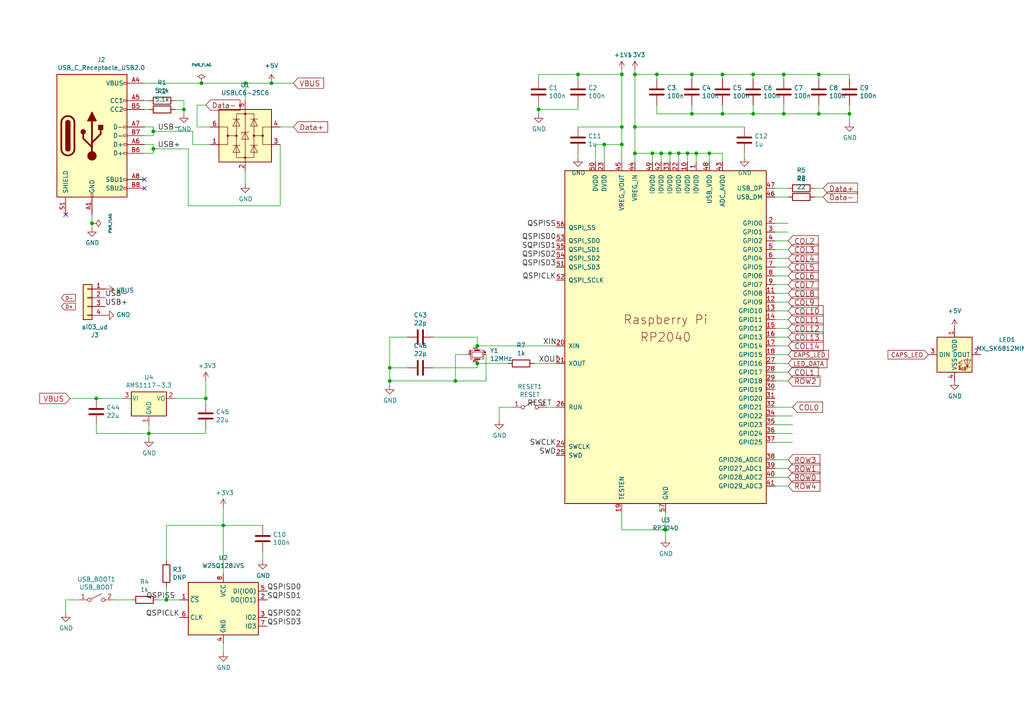
<source format=kicad_sch>
(kicad_sch (version 20211123) (generator eeschema)
  (paper "A4")
  (lib_symbols
    (symbol "Connector:USB_C_Receptacle_USB2.0" (pin_names (offset 1.016))
      (property "Reference" "J" (at -10.16 19.05 0))
      (property "Value" "USB_C_Receptacle_USB2.0" (at 19.05 19.05 0))
      (symbol "USB_C_Receptacle_USB2.0_1_1"
        (pin passive line (at 0 -22.86 90) (length 5.08) (name "GND") (number "A1"))
        (pin passive line (at 0 -22.86 90) (length 5.08) hide (name "GND") (number "A12"))
        (pin passive line (at 15.24 15.24 180) (length 5.08) (name "VBUS") (number "A4"))
        (pin bidirectional line (at 15.24 10.16 180) (length 5.08) (name "CC1") (number "A5"))
        (pin bidirectional line (at 15.24 -2.54 180) (length 5.08) (name "D+") (number "A6"))
        (pin bidirectional line (at 15.24 2.54 180) (length 5.08) (name "D-") (number "A7"))
        (pin bidirectional line (at 15.24 -12.7 180) (length 5.08) (name "SBU1") (number "A8"))
        (pin passive line (at 15.24 15.24 180) (length 5.08) hide (name "VBUS") (number "A9"))
        (pin passive line (at 0 -22.86 90) (length 5.08) hide (name "GND") (number "B1"))
        (pin passive line (at 0 -22.86 90) (length 5.08) hide (name "GND") (number "B12"))
        (pin passive line (at 15.24 15.24 180) (length 5.08) hide (name "VBUS") (number "B4"))
        (pin bidirectional line (at 15.24 7.62 180) (length 5.08) (name "CC2") (number "B5"))
        (pin bidirectional line (at 15.24 -5.08 180) (length 5.08) (name "D+") (number "B6"))
        (pin bidirectional line (at 15.24 0 180) (length 5.08) (name "D-") (number "B7"))
        (pin bidirectional line (at 15.24 -15.24 180) (length 5.08) (name "SBU2") (number "B8"))
        (pin passive line (at 15.24 15.24 180) (length 5.08) hide (name "VBUS") (number "B9"))
        (pin passive line (at -7.62 -22.86 90) (length 5.08) (name "SHIELD") (number "S1"))
      )
    )
    (symbol "Connector_Generic:Conn_01x04" (pin_names hide)
      (property "Reference" "J" (at 0 5.08 0))
      (property "Value" "Conn_01x04" (at 0 -7.62 0))
      (symbol "Conn_01x04_1_1"
        (pin passive line (at -5.08 2.54 0) (length 3.81) (name "Pin_1") (number "1"))
        (pin passive line (at -5.08 0 0) (length 3.81) (name "Pin_2") (number "2"))
        (pin passive line (at -5.08 -2.54 0) (length 3.81) (name "Pin_3") (number "3"))
        (pin passive line (at -5.08 -5.08 0) (length 3.81) (name "Pin_4") (number "4"))
      )
    )
    (symbol "Device:C" (pin_numbers hide) (pin_names (offset 0.254))
      (property "Reference" "C" (at 0.635 2.54 0))
      (property "Value" "C" (at 0.635 -2.54 0))
      (symbol "C_1_1"
        (pin passive line (at 0 3.81 270) (length 2.794) (name "~") (number "1"))
        (pin passive line (at 0 -3.81 90) (length 2.794) (name "~") (number "2"))
      )
    )
    (symbol "Device:Crystal_GND24_Small" (pin_names (offset 1.016) hide)
      (property "Reference" "Y" (at 1.27 4.445 0))
      (property "Value" "Crystal_GND24_Small" (at 1.27 2.54 0))
      (symbol "Crystal_GND24_Small_1_1"
        (pin passive line (at -2.54 0 0) (length 1.27) (name "1") (number "1"))
        (pin passive line (at 0 -2.54 90) (length 0.635) (name "2") (number "2"))
        (pin passive line (at 2.54 0 180) (length 1.27) (name "3") (number "3"))
        (pin passive line (at 0 2.54 270) (length 0.635) (name "4") (number "4"))
      )
    )
    (symbol "Device:R" (pin_numbers hide) (pin_names (offset 0))
      (property "Reference" "R" (at 2.032 0 90))
      (property "Value" "R" (at 0 0 90))
      (symbol "R_1_1"
        (pin passive line (at 0 3.81 270) (length 1.27) (name "~") (number "1"))
        (pin passive line (at 0 -3.81 90) (length 1.27) (name "~") (number "2"))
      )
    )
    (symbol "LED:WS2812B" (pin_names (offset 0.254))
      (property "Reference" "D" (at 5.08 5.715 0))
      (property "Value" "WS2812B" (at 1.27 -5.715 0))
      (symbol "WS2812B_0_0"
        (text "RGB" (at 2.286 -4.191 0) (effects (font (size 0.762 0.762))))
      )
      (symbol "WS2812B_1_1"
        (pin power_in line (at 0 7.62 270) (length 2.54) (name "VDD") (number "1"))
        (pin output line (at 7.62 0 180) (length 2.54) (name "DOUT") (number "2"))
        (pin power_in line (at 0 -7.62 90) (length 2.54) (name "VSS") (number "3"))
        (pin input line (at -7.62 0 0) (length 2.54) (name "DIN") (number "4"))
      )
    )
    (symbol "MCU_RaspberryPi_RP2040:RP2040" (pin_names (offset 1.016))
      (property "Reference" "U" (at -29.21 49.53 0))
      (property "Value" "RP2040" (at 24.13 -49.53 0))
      (symbol "RP2040_0_0"
        (text "Raspberry Pi" (at 0 5.08 0) (effects (font (size 2.54 2.54))))
        (text "RP2040" (at 0 0 0) (effects (font (size 2.54 2.54))))
      )
      (symbol "RP2040_1_1"
        (pin power_in line (at 8.89 50.8 270) (length 2.54) (name "IOVDD") (number "1"))
        (pin power_in line (at 6.35 50.8 270) (length 2.54) (name "IOVDD") (number "10"))
        (pin bidirectional line (at 31.75 12.7 180) (length 2.54) (name "GPIO8") (number "11"))
        (pin bidirectional line (at 31.75 10.16 180) (length 2.54) (name "GPIO9") (number "12"))
        (pin bidirectional line (at 31.75 7.62 180) (length 2.54) (name "GPIO10") (number "13"))
        (pin bidirectional line (at 31.75 5.08 180) (length 2.54) (name "GPIO11") (number "14"))
        (pin bidirectional line (at 31.75 2.54 180) (length 2.54) (name "GPIO12") (number "15"))
        (pin bidirectional line (at 31.75 0 180) (length 2.54) (name "GPIO13") (number "16"))
        (pin bidirectional line (at 31.75 -2.54 180) (length 2.54) (name "GPIO14") (number "17"))
        (pin bidirectional line (at 31.75 -5.08 180) (length 2.54) (name "GPIO15") (number "18"))
        (pin passive line (at -12.7 -50.8 90) (length 2.54) (name "TESTEN") (number "19"))
        (pin bidirectional line (at 31.75 33.02 180) (length 2.54) (name "GPIO0") (number "2"))
        (pin input line (at -31.75 -2.54 0) (length 2.54) (name "XIN") (number "20"))
        (pin passive line (at -31.75 -7.62 0) (length 2.54) (name "XOUT") (number "21"))
        (pin power_in line (at 3.81 50.8 270) (length 2.54) (name "IOVDD") (number "22"))
        (pin power_in line (at -17.78 50.8 270) (length 2.54) (name "DVDD") (number "23"))
        (pin output line (at -31.75 -31.75 0) (length 2.54) (name "SWCLK") (number "24"))
        (pin bidirectional line (at -31.75 -34.29 0) (length 2.54) (name "SWD") (number "25"))
        (pin input line (at -31.75 -20.32 0) (length 2.54) (name "RUN") (number "26"))
        (pin bidirectional line (at 31.75 -7.62 180) (length 2.54) (name "GPIO16") (number "27"))
        (pin bidirectional line (at 31.75 -10.16 180) (length 2.54) (name "GPIO17") (number "28"))
        (pin bidirectional line (at 31.75 -12.7 180) (length 2.54) (name "GPIO18") (number "29"))
        (pin bidirectional line (at 31.75 30.48 180) (length 2.54) (name "GPIO1") (number "3"))
        (pin bidirectional line (at 31.75 -15.24 180) (length 2.54) (name "GPIO19") (number "30"))
        (pin bidirectional line (at 31.75 -17.78 180) (length 2.54) (name "GPIO20") (number "31"))
        (pin bidirectional line (at 31.75 -20.32 180) (length 2.54) (name "GPIO21") (number "32"))
        (pin power_in line (at 1.27 50.8 270) (length 2.54) (name "IOVDD") (number "33"))
        (pin bidirectional line (at 31.75 -22.86 180) (length 2.54) (name "GPIO22") (number "34"))
        (pin bidirectional line (at 31.75 -25.4 180) (length 2.54) (name "GPIO23") (number "35"))
        (pin bidirectional line (at 31.75 -27.94 180) (length 2.54) (name "GPIO24") (number "36"))
        (pin bidirectional line (at 31.75 -30.48 180) (length 2.54) (name "GPIO25") (number "37"))
        (pin bidirectional line (at 31.75 -35.56 180) (length 2.54) (name "GPIO26_ADC0") (number "38"))
        (pin bidirectional line (at 31.75 -38.1 180) (length 2.54) (name "GPIO27_ADC1") (number "39"))
        (pin bidirectional line (at 31.75 27.94 180) (length 2.54) (name "GPIO2") (number "4"))
        (pin bidirectional line (at 31.75 -40.64 180) (length 2.54) (name "GPIO28_ADC2") (number "40"))
        (pin bidirectional line (at 31.75 -43.18 180) (length 2.54) (name "GPIO29_ADC3") (number "41"))
        (pin power_in line (at -1.27 50.8 270) (length 2.54) (name "IOVDD") (number "42"))
        (pin power_in line (at 16.51 50.8 270) (length 2.54) (name "ADC_AVDD") (number "43"))
        (pin power_in line (at -8.89 50.8 270) (length 2.54) (name "VREG_IN") (number "44"))
        (pin power_out line (at -12.7 50.8 270) (length 2.54) (name "VREG_VOUT") (number "45"))
        (pin bidirectional line (at 31.75 40.64 180) (length 2.54) (name "USB_DM") (number "46"))
        (pin bidirectional line (at 31.75 43.18 180) (length 2.54) (name "USB_DP") (number "47"))
        (pin power_in line (at 12.7 50.8 270) (length 2.54) (name "USB_VDD") (number "48"))
        (pin power_in line (at -3.81 50.8 270) (length 2.54) (name "IOVDD") (number "49"))
        (pin bidirectional line (at 31.75 25.4 180) (length 2.54) (name "GPIO3") (number "5"))
        (pin power_in line (at -20.32 50.8 270) (length 2.54) (name "DVDD") (number "50"))
        (pin bidirectional line (at -31.75 20.32 0) (length 2.54) (name "QSPI_SD3") (number "51"))
        (pin output line (at -31.75 16.51 0) (length 2.54) (name "QSPI_SCLK") (number "52"))
        (pin bidirectional line (at -31.75 27.94 0) (length 2.54) (name "QSPI_SD0") (number "53"))
        (pin bidirectional line (at -31.75 22.86 0) (length 2.54) (name "QSPI_SD2") (number "54"))
        (pin bidirectional line (at -31.75 25.4 0) (length 2.54) (name "QSPI_SD1") (number "55"))
        (pin bidirectional line (at -31.75 31.75 0) (length 2.54) (name "QSPI_SS") (number "56"))
        (pin power_in line (at 0 -50.8 90) (length 2.54) (name "GND") (number "57"))
        (pin bidirectional line (at 31.75 22.86 180) (length 2.54) (name "GPIO4") (number "6"))
        (pin bidirectional line (at 31.75 20.32 180) (length 2.54) (name "GPIO5") (number "7"))
        (pin bidirectional line (at 31.75 17.78 180) (length 2.54) (name "GPIO6") (number "8"))
        (pin bidirectional line (at 31.75 15.24 180) (length 2.54) (name "GPIO7") (number "9"))
      )
    )
    (symbol "Memory_Flash:W25Q128JVS"
      (property "Reference" "U" (at -8.89 8.89 0))
      (property "Value" "W25Q128JVS" (at 7.62 8.89 0))
      (symbol "W25Q128JVS_1_1"
        (pin input line (at -12.7 2.54 0) (length 2.54) (name "~{CS}") (number "1"))
        (pin bidirectional line (at 12.7 2.54 180) (length 2.54) (name "DO(IO1)") (number "2"))
        (pin bidirectional line (at 12.7 -2.54 180) (length 2.54) (name "IO2") (number "3"))
        (pin power_in line (at 0 -10.16 90) (length 2.54) (name "GND") (number "4"))
        (pin bidirectional line (at 12.7 5.08 180) (length 2.54) (name "DI(IO0)") (number "5"))
        (pin input line (at -12.7 -2.54 0) (length 2.54) (name "CLK") (number "6"))
        (pin bidirectional line (at 12.7 -5.08 180) (length 2.54) (name "IO3") (number "7"))
        (pin power_in line (at 0 10.16 270) (length 2.54) (name "VCC") (number "8"))
      )
    )
    (symbol "Power:GND" (power) (pin_names (offset 0))
      (property "Value" "GND" (at 0 -3.81 0))
      (symbol "GND_1_1"
        (pin power_in line (at 0 0 270) (length 0) hide (name "GND") (number "1"))
      )
    )
    (symbol "Power:VBUS" (power) (pin_names (offset 0))
      (property "Value" "VBUS" (at 0 3.81 0))
      (symbol "VBUS_1_1"
        (pin power_in line (at 0 0 90) (length 0) hide (name "VBUS") (number "1"))
      )
    )
    (symbol "Power_Protection:USBLC6-2SC6" (pin_names hide)
      (property "Reference" "U" (at 2.54 8.89 0))
      (property "Value" "USBLC6-2SC6" (at 2.54 -8.89 0))
      (symbol "USBLC6-2SC6_1_1"
        (pin passive line (at -10.16 -2.54 0) (length 2.54) (name "I/O1") (number "1"))
        (pin passive line (at 0 -10.16 90) (length 2.54) (name "GND") (number "2"))
        (pin passive line (at 10.16 -2.54 180) (length 2.54) (name "I/O2") (number "3"))
        (pin passive line (at 10.16 2.54 180) (length 2.54) (name "I/O2") (number "4"))
        (pin passive line (at 0 10.16 270) (length 2.54) (name "VBUS") (number "5"))
        (pin passive line (at -10.16 2.54 0) (length 2.54) (name "I/O1") (number "6"))
      )
    )
    (symbol "Regulator_Linear:AMS1117-3.3" (pin_names (offset 0.254))
      (property "Reference" "U" (at -3.81 3.175 0))
      (property "Value" "AMS1117-3.3" (at 0 3.175 0))
      (symbol "AMS1117-3.3_1_1"
        (pin power_in line (at 0 -7.62 90) (length 2.54) (name "GND") (number "1"))
        (pin power_out line (at 7.62 0 180) (length 2.54) (name "VO") (number "2"))
        (pin power_in line (at -7.62 0 0) (length 2.54) (name "VI") (number "3"))
      )
    )
    (symbol "Switch:SW_SPST" (pin_names (offset 0) hide)
      (property "Reference" "SW" (at 0 3.175 0))
      (property "Value" "SW_SPST" (at 0 -2.54 0))
      (symbol "SW_SPST_1_1"
        (pin passive line (at -5.08 0 0) (length 2.54) (name "A") (number "1"))
        (pin passive line (at 5.08 0 180) (length 2.54) (name "B") (number "2"))
      )
    )
    (symbol "bakeneko-60-pcb-rescue:D-Device" (pin_numbers hide) (pin_names (offset 1.016) hide)
      (property "Reference" "D" (at 0 2.54 0))
      (property "Value" "D-Device" (at 0 -2.54 0))
      (symbol "D-Device_1_1"
        (pin passive line (at -3.81 0 0) (length 2.54) (name "K") (number "1"))
        (pin passive line (at 3.81 0 180) (length 2.54) (name "A") (number "2"))
      )
    )
    (symbol "bakeneko-60-pcb-rescue:SW_SPST-Switch" (pin_names (offset 0) hide)
      (property "Reference" "SW" (at 0 3.175 0))
      (property "Value" "SW_SPST-Switch" (at 0 -2.54 0))
      (symbol "SW_SPST-Switch_1_1"
        (pin passive line (at -5.08 0 0) (length 2.54) (name "A") (number "1"))
        (pin passive line (at 5.08 0 180) (length 2.54) (name "B") (number "2"))
      )
    )
    (symbol "bakeneko-65-pcb-rescue:R-Device" (pin_numbers hide) (pin_names (offset 0))
      (property "Reference" "R" (at 2.032 0 90))
      (property "Value" "R-Device" (at 0 0 90))
      (symbol "R-Device_1_1"
        (pin passive line (at 0 3.81 270) (length 1.27) (name "~") (number "1"))
        (pin passive line (at 0 -3.81 90) (length 1.27) (name "~") (number "2"))
      )
    )
    (symbol "marbastlib-mx:MX_SK6812MINI-E"
      (property "Reference" "LED" (at 2.54 -6.35 0))
      (property "Value" "MX_SK6812MINI-E" (at 10.16 6.35 0))
      (symbol "MX_SK6812MINI-E_0_0"
        (text "RGB" (at 2.286 -4.191 0) (effects (font (size 0.762 0.762))))
      )
      (symbol "MX_SK6812MINI-E_1_1"
        (pin power_in line (at 0 7.62 270) (length 2.54) (name "VDD") (number "1"))
        (pin output line (at 7.62 0 180) (length 2.54) (name "DOUT") (number "2"))
        (pin input line (at -7.62 0 0) (length 2.54) (name "DIN") (number "3"))
        (pin power_in line (at 0 -7.62 90) (length 2.54) (name "VSS") (number "4"))
      )
    )
    (symbol "power:+1V1" (power) (pin_names (offset 0))
      (property "Value" "+1V1" (at 0 3.556 0))
      (symbol "+1V1_1_1"
        (pin power_in line (at 0 0 90) (length 0) hide (name "+1V1") (number "1"))
      )
    )
    (symbol "power:+3V3" (power) (pin_names (offset 0))
      (property "Value" "+3V3" (at 0 3.556 0))
      (symbol "+3V3_1_1"
        (pin power_in line (at 0 0 90) (length 0) hide (name "+3V3") (number "1"))
      )
    )
    (symbol "power:+5V" (power) (pin_names (offset 0))
      (property "Value" "+5V" (at 0 3.556 0))
      (symbol "+5V_1_1"
        (pin power_in line (at 0 0 90) (length 0) hide (name "+5V") (number "1"))
      )
    )
    (symbol "power:GND" (power) (pin_names (offset 0))
      (property "Value" "GND" (at 0 -3.81 0))
      (symbol "GND_1_1"
        (pin power_in line (at 0 0 270) (length 0) hide (name "GND") (number "1"))
      )
    )
    (symbol "power:PWR_FLAG" (power) (pin_numbers hide) (pin_names (offset 0) hide)
      (property "Value" "PWR_FLAG" (at 0 3.81 0))
      (symbol "PWR_FLAG_0_0"
        (pin power_out line (at 0 0 90) (length 0) (name "pwr") (number "1"))
      )
    )
  )
  (junction (at 367.03 269.24))
  (junction (at 203.2 297.18))
  (junction (at 203.2 261.62))
  (junction (at 353.06 269.24))
  (junction (at 27.94 115.57))
  (junction (at 58.42 24.13))
  (junction (at 199.39 44.45))
  (junction (at -205.74 309.88))
  (junction (at 255.27 287.02))
  (junction (at 367.03 251.46))
  (junction (at 227.33 21.59))
  (junction (at 213.36 304.8))
  (junction (at 245.11 261.62))
  (junction (at 184.15 36.83))
  (junction (at 231.14 261.62))
  (junction (at 189.23 314.96))
  (junction (at 180.34 21.59))
  (junction (at 367.03 314.96))
  (junction (at 300.99 243.84))
  (junction (at 356.87 261.62))
  (junction (at 218.44 33.02))
  (junction (at 241.3 251.46))
  (junction (at 339.09 322.58))
  (junction (at 311.15 287.02))
  (junction (at 199.39 287.02))
  (junction (at -205.74 294.64))
  (junction (at 273.05 243.84))
  (junction (at 246.38 33.02))
  (junction (at 227.33 287.02))
  (junction (at 255.27 269.24))
  (junction (at 217.17 297.18))
  (junction (at 227.33 269.24))
  (junction (at 300.99 279.4))
  (junction (at 199.39 269.24))
  (junction (at 297.18 251.46))
  (junction (at 283.21 322.58))
  (junction (at 113.03 106.68))
  (junction (at 200.66 33.02))
  (junction (at 269.24 304.8))
  (junction (at 259.08 243.84))
  (junction (at 64.77 152.4))
  (junction (at 367.03 297.18))
  (junction (at 199.39 322.58))
  (junction (at 245.11 279.4))
  (junction (at 184.15 21.59))
  (junction (at -167.64 370.84))
  (junction (at 311.15 251.46))
  (junction (at 132.08 110.49))
  (junction (at 370.84 259.08))
  (junction (at 370.84 297.18))
  (junction (at 273.05 297.18))
  (junction (at 189.23 275.59))
  (junction (at 273.05 261.62))
  (junction (at 189.23 297.18))
  (junction (at 241.3 287.02))
  (junction (at 287.02 243.84))
  (junction (at 218.44 21.59))
  (junction (at 191.77 44.45))
  (junction (at 217.17 314.96))
  (junction (at 138.43 100.33))
  (junction (at 241.3 304.8))
  (junction (at -190.5 294.64))
  (junction (at 342.9 279.4))
  (junction (at 328.93 261.62))
  (junction (at 269.24 251.46))
  (junction (at 193.04 153.67))
  (junction (at 44.45 38.1))
  (junction (at -190.5 355.6))
  (junction (at 283.21 269.24))
  (junction (at 342.9 297.18))
  (junction (at 297.18 269.24))
  (junction (at 189.23 293.37))
  (junction (at 353.06 304.8))
  (junction (at 53.34 31.75))
  (junction (at 297.18 287.02))
  (junction (at 283.21 304.8))
  (junction (at -137.16 355.6))
  (junction (at 370.84 243.84))
  (junction (at 203.2 314.96))
  (junction (at 213.36 314.96))
  (junction (at -167.64 355.6))
  (junction (at -152.4 355.6))
  (junction (at 255.27 304.8))
  (junction (at 356.87 314.96))
  (junction (at 189.23 261.62))
  (junction (at -182.88 370.84))
  (junction (at 213.36 322.58))
  (junction (at -121.92 355.6))
  (junction (at 199.39 314.96))
  (junction (at 273.05 314.96))
  (junction (at 367.03 304.8))
  (junction (at 283.21 314.96))
  (junction (at 189.23 243.84))
  (junction (at 48.26 173.99))
  (junction (at 342.9 243.84))
  (junction (at 314.96 243.84))
  (junction (at 356.87 243.84))
  (junction (at 231.14 243.84))
  (junction (at 167.64 21.59))
  (junction (at 245.11 243.84))
  (junction (at 381 279.4))
  (junction (at 184.15 44.45))
  (junction (at -152.4 370.84))
  (junction (at 199.39 251.46))
  (junction (at 213.36 269.24))
  (junction (at 259.08 261.62))
  (junction (at 342.9 314.96))
  (junction (at -121.92 370.84))
  (junction (at 199.39 304.8))
  (junction (at 44.45 43.18))
  (junction (at 203.2 243.84))
  (junction (at 26.67 64.77))
  (junction (at 241.3 269.24))
  (junction (at -137.16 370.84))
  (junction (at 384.81 243.84))
  (junction (at 339.09 269.24))
  (junction (at 59.69 115.57))
  (junction (at 273.05 279.4))
  (junction (at -190.5 340.36))
  (junction (at 227.33 304.8))
  (junction (at 381 261.62))
  (junction (at 217.17 243.84))
  (junction (at 189.23 44.45))
  (junction (at 314.96 261.62))
  (junction (at 339.09 287.02))
  (junction (at 203.2 279.4))
  (junction (at 200.66 21.59))
  (junction (at 113.03 110.49))
  (junction (at 231.14 279.4))
  (junction (at 339.09 251.46))
  (junction (at 227.33 314.96))
  (junction (at 325.12 269.24))
  (junction (at 394.97 243.84))
  (junction (at 180.34 41.91))
  (junction (at 367.03 322.58))
  (junction (at 209.55 21.59))
  (junction (at 381 314.96))
  (junction (at 325.12 287.02))
  (junction (at 43.18 125.73))
  (junction (at 217.17 261.62))
  (junction (at 199.39 279.4))
  (junction (at 353.06 251.46))
  (junction (at -190.5 309.88))
  (junction (at 370.84 279.4))
  (junction (at 237.49 21.59))
  (junction (at 339.09 304.8))
  (junction (at 205.74 44.45))
  (junction (at 199.39 297.18))
  (junction (at 237.49 33.02))
  (junction (at -205.74 340.36))
  (junction (at 227.33 33.02))
  (junction (at -205.74 355.6))
  (junction (at 356.87 307.34))
  (junction (at 71.12 24.13))
  (junction (at 287.02 279.4))
  (junction (at 311.15 269.24))
  (junction (at 300.99 261.62))
  (junction (at 353.06 314.96))
  (junction (at 227.33 322.58))
  (junction (at 328.93 297.18))
  (junction (at 189.23 279.4))
  (junction (at 190.5 21.59))
  (junction (at 269.24 269.24))
  (junction (at 217.17 279.4))
  (junction (at 259.08 279.4))
  (junction (at 283.21 251.46))
  (junction (at 342.9 261.62))
  (junction (at 381 251.46))
  (junction (at 209.55 33.02))
  (junction (at 213.36 287.02))
  (junction (at 180.34 36.83))
  (junction (at 255.27 251.46))
  (junction (at 311.15 304.8))
  (junction (at 353.06 287.02))
  (junction (at 370.84 261.62))
  (junction (at 138.43 105.41))
  (junction (at -182.88 355.6))
  (junction (at 297.18 304.8))
  (junction (at 370.84 275.59))
  (junction (at 353.06 322.58))
  (junction (at 194.31 44.45))
  (junction (at 213.36 251.46))
  (junction (at 78.74 24.13))
  (junction (at 269.24 287.02))
  (junction (at 325.12 304.8))
  (junction (at 227.33 251.46))
  (junction (at 314.96 279.4))
  (junction (at 201.93 44.45))
  (junction (at 328.93 243.84))
  (junction (at 283.21 287.02))
  (junction (at 287.02 261.62))
  (junction (at 328.93 279.4))
  (junction (at 196.85 44.45))
  (junction (at 325.12 251.46))
  (junction (at 370.84 314.96))
  (junction (at 156.21 31.75))
  (junction (at 175.26 41.91))
  (junction (at 356.87 297.18))
  (no_connect (at 41.91 52.07))
  (no_connect (at 19.05 62.23))
  (no_connect (at 41.91 54.61))
  (wire (pts (xy 356.87 261.62) (xy 356.87 297.18)))
  (wire (pts (xy 135.89 102.87) (xy 132.08 102.87)))
  (wire (pts (xy 209.55 46.99) (xy 209.55 44.45)))
  (wire (pts (xy 245.11 279.4) (xy 245.11 297.18)))
  (wire (pts (xy 194.31 46.99) (xy 194.31 44.45)))
  (wire (pts (xy 283.21 322.58) (xy 339.09 322.58)))
  (wire (pts (xy -167.64 355.6) (xy -152.4 355.6)))
  (wire (pts (xy -205.74 340.36) (xy -205.74 355.6)))
  (wire (pts (xy 26.67 64.77) (xy 26.67 66.04)))
  (wire (pts (xy 161.29 105.41) (xy 154.94 105.41)))
  (wire (pts (xy 199.39 44.45) (xy 196.85 44.45)))
  (wire (pts (xy 367.03 251.46) (xy 353.06 251.46)))
  (wire (pts (xy 227.33 22.86) (xy 227.33 21.59)))
  (wire (pts (xy -121.92 355.6) (xy -106.68 355.6)))
  (wire (pts (xy 224.79 72.39) (xy 228.6 72.39)))
  (wire (pts (xy 283.21 269.24) (xy 297.18 269.24)))
  (wire (pts (xy -152.4 370.84) (xy -137.16 370.84)))
  (wire (pts (xy 196.85 44.45) (xy 194.31 44.45)))
  (wire (pts (xy 287.02 279.4) (xy 287.02 261.62)))
  (wire (pts (xy 44.45 36.83) (xy 44.45 38.1)))
  (wire (pts (xy 59.69 125.73) (xy 43.18 125.73)))
  (wire (pts (xy 311.15 304.8) (xy 325.12 304.8)))
  (wire (pts (xy 43.18 125.73) (xy 43.18 127)))
  (wire (pts (xy 44.45 39.37) (xy 41.91 39.37)))
  (wire (pts (xy 325.12 304.8) (xy 339.09 304.8)))
  (wire (pts (xy 356.87 314.96) (xy 356.87 334.01)))
  (wire (pts (xy 189.23 297.18) (xy 189.23 314.96)))
  (wire (pts (xy 384.81 243.84) (xy 384.81 254)))
  (wire (pts (xy 300.99 243.84) (xy 300.99 228.6)))
  (wire (pts (xy 199.39 269.24) (xy 213.36 269.24)))
  (wire (pts (xy 241.3 269.24) (xy 255.27 269.24)))
  (wire (pts (xy 199.39 293.37) (xy 199.39 297.18)))
  (wire (pts (xy 191.77 46.99) (xy 191.77 44.45)))
  (wire (pts (xy 167.64 304.8) (xy 199.39 304.8)))
  (wire (pts (xy 20.32 115.57) (xy 27.94 115.57)))
  (wire (pts (xy 180.34 46.99) (xy 180.34 41.91)))
  (wire (pts (xy 381 275.59) (xy 381 279.4)))
  (wire (pts (xy 217.17 334.01) (xy 217.17 314.96)))
  (wire (pts (xy -182.88 355.6) (xy -167.64 355.6)))
  (wire (pts (xy 224.79 118.11) (xy 229.87 118.11)))
  (wire (pts (xy 394.97 297.18) (xy 394.97 288.29)))
  (wire (pts (xy 228.6 95.25) (xy 224.79 95.25)))
  (wire (pts (xy 339.09 304.8) (xy 353.06 304.8)))
  (wire (pts (xy 50.8 31.75) (xy 53.34 31.75)))
  (wire (pts (xy 203.2 279.4) (xy 203.2 261.62)))
  (wire (pts (xy 140.97 102.87) (xy 140.97 110.49)))
  (wire (pts (xy 55.88 38.1) (xy 44.45 38.1)))
  (wire (pts (xy 342.9 279.4) (xy 342.9 261.62)))
  (wire (pts (xy 209.55 44.45) (xy 205.74 44.45)))
  (wire (pts (xy 189.23 279.4) (xy 189.23 293.37)))
  (wire (pts (xy 237.49 22.86) (xy 237.49 21.59)))
  (wire (pts (xy 273.05 314.96) (xy 273.05 334.01)))
  (wire (pts (xy 236.22 54.61) (xy 238.76 54.61)))
  (wire (pts (xy 213.36 322.58) (xy 199.39 322.58)))
  (wire (pts (xy -190.5 340.36) (xy -190.5 355.6)))
  (wire (pts (xy 229.87 128.27) (xy 224.79 128.27)))
  (wire (pts (xy 328.93 243.84) (xy 328.93 261.62)))
  (wire (pts (xy 224.79 120.65) (xy 229.87 120.65)))
  (wire (pts (xy 231.14 279.4) (xy 231.14 261.62)))
  (wire (pts (xy 370.84 297.18) (xy 370.84 279.4)))
  (wire (pts (xy 44.45 43.18) (xy 54.61 43.18)))
  (wire (pts (xy 355.6 334.01) (xy 355.6 314.96)))
  (wire (pts (xy 342.9 261.62) (xy 342.9 243.84)))
  (wire (pts (xy 218.44 30.48) (xy 218.44 33.02)))
  (wire (pts (xy 224.79 105.41) (xy 228.6 105.41)))
  (wire (pts (xy 273.05 243.84) (xy 273.05 261.62)))
  (wire (pts (xy 384.81 254) (xy 398.78 254)))
  (wire (pts (xy 81.28 41.91) (xy 81.28 59.69)))
  (wire (pts (xy 33.02 173.99) (xy 38.1 173.99)))
  (wire (pts (xy 241.3 287.02) (xy 227.33 287.02)))
  (wire (pts (xy 64.77 152.4) (xy 48.26 152.4)))
  (wire (pts (xy 339.09 269.24) (xy 353.06 269.24)))
  (wire (pts (xy 229.87 334.01) (xy 227.33 334.01)))
  (wire (pts (xy 132.08 102.87) (xy 132.08 110.49)))
  (wire (pts (xy -137.16 355.6) (xy -121.92 355.6)))
  (wire (pts (xy 156.21 21.59) (xy 156.21 22.86)))
  (wire (pts (xy 209.55 30.48) (xy 209.55 33.02)))
  (wire (pts (xy 50.8 29.21) (xy 53.34 29.21)))
  (wire (pts (xy 200.66 33.02) (xy 209.55 33.02)))
  (wire (pts (xy 342.9 297.18) (xy 342.9 279.4)))
  (wire (pts (xy 19.05 173.99) (xy 19.05 177.8)))
  (wire (pts (xy 201.93 334.01) (xy 199.39 334.01)))
  (wire (pts (xy 384.81 297.18) (xy 384.81 307.34)))
  (wire (pts (xy 218.44 21.59) (xy 209.55 21.59)))
  (wire (pts (xy 161.29 100.33) (xy 138.43 100.33)))
  (wire (pts (xy -167.64 370.84) (xy -152.4 370.84)))
  (wire (pts (xy 381 314.96) (xy 383.54 314.96)))
  (wire (pts (xy 311.15 287.02) (xy 297.18 287.02)))
  (wire (pts (xy 381 251.46) (xy 367.03 251.46)))
  (wire (pts (xy 167.64 251.46) (xy 199.39 251.46)))
  (wire (pts (xy 355.6 314.96) (xy 353.06 314.96)))
  (wire (pts (xy 140.97 110.49) (xy 132.08 110.49)))
  (wire (pts (xy 314.96 228.6) (xy 314.96 243.84)))
  (wire (pts (xy 59.69 115.57) (xy 59.69 116.84)))
  (wire (pts (xy 255.27 287.02) (xy 241.3 287.02)))
  (wire (pts (xy -152.4 355.6) (xy -137.16 355.6)))
  (wire (pts (xy 199.39 304.8) (xy 213.36 304.8)))
  (wire (pts (xy 370.84 314.96) (xy 370.84 297.18)))
  (wire (pts (xy 367.03 304.8) (xy 381 304.8)))
  (wire (pts (xy 255.27 304.8) (xy 269.24 304.8)))
  (wire (pts (xy 227.33 21.59) (xy 218.44 21.59)))
  (wire (pts (xy 184.15 44.45) (xy 184.15 36.83)))
  (wire (pts (xy -121.92 370.84) (xy -106.68 370.84)))
  (wire (pts (xy 48.26 152.4) (xy 48.26 162.56)))
  (wire (pts (xy 245.11 228.6) (xy 245.11 243.84)))
  (wire (pts (xy 273.05 228.6) (xy 273.05 243.84)))
  (wire (pts (xy 370.84 279.4) (xy 370.84 275.59)))
  (wire (pts (xy 246.38 30.48) (xy 246.38 33.02)))
  (wire (pts (xy 215.9 36.83) (xy 184.15 36.83)))
  (wire (pts (xy 52.07 173.99) (xy 48.26 173.99)))
  (wire (pts (xy -205.74 309.88) (xy -205.74 340.36)))
  (wire (pts (xy 27.94 125.73) (xy 43.18 125.73)))
  (wire (pts (xy 342.9 314.96) (xy 342.9 297.18)))
  (wire (pts (xy 300.99 279.4) (xy 300.99 261.62)))
  (wire (pts (xy 283.21 251.46) (xy 269.24 251.46)))
  (wire (pts (xy 205.74 46.99) (xy 205.74 44.45)))
  (wire (pts (xy 237.49 30.48) (xy 237.49 33.02)))
  (wire (pts (xy 53.34 29.21) (xy 53.34 31.75)))
  (wire (pts (xy 224.79 74.93) (xy 228.6 74.93)))
  (wire (pts (xy 269.24 251.46) (xy 255.27 251.46)))
  (wire (pts (xy 64.77 152.4) (xy 64.77 166.37)))
  (wire (pts (xy 224.79 85.09) (xy 228.6 85.09)))
  (wire (pts (xy 245.11 261.62) (xy 245.11 279.4)))
  (wire (pts (xy 41.91 29.21) (xy 43.18 29.21)))
  (wire (pts (xy 57.15 36.83) (xy 57.15 30.48)))
  (wire (pts (xy 224.79 125.73) (xy 229.87 125.73)))
  (wire (pts (xy 189.23 243.84) (xy 189.23 261.62)))
  (wire (pts (xy 228.6 102.87) (xy 224.79 102.87)))
  (wire (pts (xy 199.39 314.96) (xy 201.93 314.96)))
  (wire (pts (xy 213.36 304.8) (xy 227.33 304.8)))
  (wire (pts (xy 167.64 21.59) (xy 156.21 21.59)))
  (wire (pts (xy 297.18 269.24) (xy 311.15 269.24)))
  (wire (pts (xy 328.93 261.62) (xy 328.93 279.4)))
  (wire (pts (xy -190.5 355.6) (xy -182.88 355.6)))
  (wire (pts (xy 138.43 105.41) (xy 138.43 106.68)))
  (wire (pts (xy 60.96 36.83) (xy 57.15 36.83)))
  (wire (pts (xy 231.14 243.84) (xy 231.14 228.6)))
  (wire (pts (xy 58.42 24.13) (xy 71.12 24.13)))
  (wire (pts (xy 273.05 297.18) (xy 273.05 314.96)))
  (wire (pts (xy 228.6 100.33) (xy 224.79 100.33)))
  (wire (pts (xy 201.93 44.45) (xy 199.39 44.45)))
  (wire (pts (xy 209.55 33.02) (xy 218.44 33.02)))
  (wire (pts (xy 203.2 314.96) (xy 203.2 334.01)))
  (wire (pts (xy 64.77 147.32) (xy 64.77 152.4)))
  (wire (pts (xy 167.64 22.86) (xy 167.64 21.59)))
  (wire (pts (xy 26.67 62.23) (xy 26.67 64.77)))
  (wire (pts (xy 370.84 259.08) (xy 370.84 243.84)))
  (wire (pts (xy 227.33 251.46) (xy 213.36 251.46)))
  (wire (pts (xy 43.18 31.75) (xy 41.91 31.75)))
  (wire (pts (xy 194.31 44.45) (xy 191.77 44.45)))
  (wire (pts (xy -205.74 285.75) (xy -205.74 294.64)))
  (wire (pts (xy 339.09 287.02) (xy 325.12 287.02)))
  (wire (pts (xy 167.64 30.48) (xy 167.64 31.75)))
  (wire (pts (xy 229.87 123.19) (xy 224.79 123.19)))
  (wire (pts (xy 57.15 30.48) (xy 59.69 30.48)))
  (wire (pts (xy 203.2 261.62) (xy 203.2 243.84)))
  (wire (pts (xy 356.87 297.18) (xy 356.87 307.34)))
  (wire (pts (xy 217.17 279.4) (xy 217.17 297.18)))
  (wire (pts (xy 184.15 46.99) (xy 184.15 44.45)))
  (wire (pts (xy 394.97 288.29) (xy 367.03 288.29)))
  (wire (pts (xy 201.93 314.96) (xy 201.93 334.01)))
  (wire (pts (xy 224.79 69.85) (xy 228.6 69.85)))
  (wire (pts (xy 172.72 41.91) (xy 175.26 41.91)))
  (wire (pts (xy 213.36 287.02) (xy 199.39 287.02)))
  (wire (pts (xy 60.96 41.91) (xy 55.88 41.91)))
  (wire (pts (xy 189.23 44.45) (xy 184.15 44.45)))
  (wire (pts (xy 215.9 314.96) (xy 215.9 334.01)))
  (wire (pts (xy 144.78 118.11) (xy 144.78 121.92)))
  (wire (pts (xy 41.91 24.13) (xy 58.42 24.13)))
  (wire (pts (xy -190.5 285.75) (xy -190.5 294.64)))
  (wire (pts (xy 367.03 322.58) (xy 353.06 322.58)))
  (wire (pts (xy 224.79 138.43) (xy 228.6 138.43)))
  (wire (pts (xy 228.6 87.63) (xy 224.79 87.63)))
  (wire (pts (xy -205.74 355.6) (xy -205.74 370.84)))
  (wire (pts (xy 269.24 287.02) (xy 255.27 287.02)))
  (wire (pts (xy 311.15 251.46) (xy 297.18 251.46)))
  (wire (pts (xy 246.38 22.86) (xy 246.38 21.59)))
  (wire (pts (xy 287.02 297.18) (xy 287.02 279.4)))
  (wire (pts (xy 356.87 228.6) (xy 356.87 243.84)))
  (wire (pts (xy 297.18 287.02) (xy 283.21 287.02)))
  (wire (pts (xy 200.66 22.86) (xy 200.66 21.59)))
  (wire (pts (xy 394.97 251.46) (xy 381 251.46)))
  (wire (pts (xy 217.17 243.84) (xy 217.17 261.62)))
  (wire (pts (xy 227.33 304.8) (xy 241.3 304.8)))
  (wire (pts (xy 342.9 314.96) (xy 342.9 334.01)))
  (wire (pts (xy 48.26 170.18) (xy 48.26 173.99)))
  (wire (pts (xy 383.54 314.96) (xy 383.54 334.01)))
  (wire (pts (xy 113.03 110.49) (xy 113.03 111.76)))
  (wire (pts (xy 383.54 334.01) (xy 381 334.01)))
  (wire (pts (xy -137.16 370.84) (xy -121.92 370.84)))
  (wire (pts (xy 44.45 41.91) (xy 44.45 43.18)))
  (wire (pts (xy 50.8 115.57) (xy 59.69 115.57)))
  (wire (pts (xy 158.75 118.11) (xy 161.29 118.11)))
  (wire (pts (xy 41.91 36.83) (xy 44.45 36.83)))
  (wire (pts (xy 394.97 234.95) (xy 394.97 243.84)))
  (wire (pts (xy -182.88 370.84) (xy -205.74 370.84)))
  (wire (pts (xy 328.93 297.18) (xy 328.93 314.96)))
  (wire (pts (xy 224.79 77.47) (xy 228.6 77.47)))
  (wire (pts (xy 138.43 97.79) (xy 125.73 97.79)))
  (wire (pts (xy 215.9 44.45) (xy 215.9 45.72)))
  (wire (pts (xy -198.12 317.5) (xy -198.12 332.74)))
  (wire (pts (xy 287.02 261.62) (xy 287.02 243.84)))
  (wire (pts (xy 328.93 228.6) (xy 328.93 243.84)))
  (wire (pts (xy 259.08 261.62) (xy 259.08 243.84)))
  (wire (pts (xy 311.15 269.24) (xy 325.12 269.24)))
  (wire (pts (xy 190.5 33.02) (xy 200.66 33.02)))
  (wire (pts (xy 167.64 44.45) (xy 167.64 45.72)))
  (wire (pts (xy 241.3 251.46) (xy 227.33 251.46)))
  (wire (pts (xy 325.12 287.02) (xy 311.15 287.02)))
  (wire (pts (xy 59.69 110.49) (xy 59.69 115.57)))
  (wire (pts (xy 54.61 43.18) (xy 54.61 59.69)))
  (wire (pts (xy 180.34 21.59) (xy 180.34 20.32)))
  (wire (pts (xy 118.11 106.68) (xy 113.03 106.68)))
  (wire (pts (xy 41.91 41.91) (xy 44.45 41.91)))
  (wire (pts (xy -182.88 370.84) (xy -167.64 370.84)))
  (wire (pts (xy 227.33 314.96) (xy 229.87 314.96)))
  (wire (pts (xy 369.57 314.96) (xy 369.57 334.01)))
  (wire (pts (xy 224.79 140.97) (xy 228.6 140.97)))
  (wire (pts (xy 189.23 275.59) (xy 189.23 279.4)))
  (wire (pts (xy 64.77 189.23) (xy 64.77 186.69)))
  (wire (pts (xy 353.06 269.24) (xy 367.03 269.24)))
  (wire (pts (xy 381 322.58) (xy 367.03 322.58)))
  (wire (pts (xy 167.64 322.58) (xy 199.39 322.58)))
  (wire (pts (xy 189.23 46.99) (xy 189.23 44.45)))
  (wire (pts (xy 300.99 297.18) (xy 300.99 279.4)))
  (wire (pts (xy 367.03 288.29) (xy 367.03 297.18)))
  (wire (pts (xy 339.09 251.46) (xy 325.12 251.46)))
  (wire (pts (xy 167.64 31.75) (xy 156.21 31.75)))
  (wire (pts (xy 138.43 100.33) (xy 138.43 97.79)))
  (wire (pts (xy 283.21 314.96) (xy 285.75 314.96)))
  (wire (pts (xy 237.49 21.59) (xy 227.33 21.59)))
  (wire (pts (xy 76.2 152.4) (xy 64.77 152.4)))
  (wire (pts (xy 231.14 261.62) (xy 231.14 243.84)))
  (wire (pts (xy 190.5 22.86) (xy 190.5 21.59)))
  (wire (pts (xy 71.12 49.53) (xy 71.12 53.34)))
  (wire (pts (xy 367.03 314.96) (xy 369.57 314.96)))
  (wire (pts (xy 224.79 92.71) (xy 228.6 92.71)))
  (wire (pts (xy 353.06 322.58) (xy 339.09 322.58)))
  (wire (pts (xy 408.94 243.84) (xy 408.94 234.95)))
  (wire (pts (xy 297.18 304.8) (xy 311.15 304.8)))
  (wire (pts (xy 199.39 275.59) (xy 199.39 279.4)))
  (wire (pts (xy -198.12 363.22) (xy -190.5 363.22)))
  (wire (pts (xy 209.55 22.86) (xy 209.55 21.59)))
  (wire (pts (xy 71.12 24.13) (xy 71.12 29.21)))
  (wire (pts (xy 245.11 243.84) (xy 245.11 261.62)))
  (wire (pts (xy 384.81 228.6) (xy 384.81 243.84)))
  (wire (pts (xy 199.39 269.24) (xy 167.64 269.24)))
  (wire (pts (xy 180.34 36.83) (xy 167.64 36.83)))
  (wire (pts (xy 259.08 243.84) (xy 259.08 228.6)))
  (wire (pts (xy 180.34 41.91) (xy 180.34 36.83)))
  (wire (pts (xy 78.74 24.13) (xy 85.09 24.13)))
  (wire (pts (xy 408.94 234.95) (xy 394.97 234.95)))
  (wire (pts (xy 196.85 46.99) (xy 196.85 44.45)))
  (wire (pts (xy 217.17 228.6) (xy 217.17 243.84)))
  (wire (pts (xy 227.33 269.24) (xy 241.3 269.24)))
  (wire (pts (xy 213.36 251.46) (xy 199.39 251.46)))
  (wire (pts (xy 209.55 21.59) (xy 200.66 21.59)))
  (wire (pts (xy 353.06 304.8) (xy 367.03 304.8)))
  (wire (pts (xy 227.33 30.48) (xy 227.33 33.02)))
  (wire (pts (xy 356.87 307.34) (xy 356.87 314.96)))
  (wire (pts (xy 203.2 243.84) (xy 203.2 228.6)))
  (wire (pts (xy 48.26 173.99) (xy 45.72 173.99)))
  (wire (pts (xy -198.12 278.13) (xy -198.12 279.4)))
  (wire (pts (xy 193.04 153.67) (xy 193.04 156.21)))
  (wire (pts (xy -190.5 294.64) (xy -190.5 309.88)))
  (wire (pts (xy 22.86 173.99) (xy 19.05 173.99)))
  (wire (pts (xy 231.14 297.18) (xy 231.14 279.4)))
  (wire (pts (xy 224.79 90.17) (xy 228.6 90.17)))
  (wire (pts (xy 224.79 54.61) (xy 228.6 54.61)))
  (wire (pts (xy 367.03 269.24) (xy 381 269.24)))
  (wire (pts (xy 113.03 97.79) (xy 113.03 106.68)))
  (wire (pts (xy 190.5 30.48) (xy 190.5 33.02)))
  (wire (pts (xy 283.21 304.8) (xy 297.18 304.8)))
  (wire (pts (xy 200.66 30.48) (xy 200.66 33.02)))
  (wire (pts (xy 246.38 21.59) (xy 237.49 21.59)))
  (wire (pts (xy 369.57 334.01) (xy 367.03 334.01)))
  (wire (pts (xy 384.81 307.34) (xy 356.87 307.34)))
  (wire (pts (xy 203.2 279.4) (xy 203.2 297.18)))
  (wire (pts (xy 180.34 36.83) (xy 180.34 21.59)))
  (wire (pts (xy 224.79 82.55) (xy 228.6 82.55)))
  (wire (pts (xy 201.93 46.99) (xy 201.93 44.45)))
  (wire (pts (xy -190.5 309.88) (xy -190.5 340.36)))
  (wire (pts (xy 224.79 80.01) (xy 228.6 80.01)))
  (wire (pts (xy 241.3 304.8) (xy 255.27 304.8)))
  (wire (pts (xy 370.84 261.62) (xy 370.84 259.08)))
  (wire (pts (xy 328.93 279.4) (xy 328.93 297.18)))
  (wire (pts (xy 217.17 261.62) (xy 217.17 279.4)))
  (wire (pts (xy 175.26 41.91) (xy 180.34 41.91)))
  (wire (pts (xy 184.15 36.83) (xy 184.15 21.59)))
  (wire (pts (xy 148.59 118.11) (xy 144.78 118.11)))
  (wire (pts (xy 353.06 251.46) (xy 339.09 251.46)))
  (wire (pts (xy 44.45 38.1) (xy 44.45 39.37)))
  (wire (pts (xy 356.87 243.84) (xy 356.87 261.62)))
  (wire (pts (xy 53.34 31.75) (xy 53.34 33.02)))
  (wire (pts (xy 113.03 106.68) (xy 113.03 110.49)))
  (wire (pts (xy 213.36 269.24) (xy 227.33 269.24)))
  (wire (pts (xy 398.78 254) (xy 398.78 243.84)))
  (wire (pts (xy 259.08 279.4) (xy 259.08 261.62)))
  (wire (pts (xy 132.08 110.49) (xy 113.03 110.49)))
  (wire (pts (xy 255.27 251.46) (xy 241.3 251.46)))
  (wire (pts (xy -205.74 294.64) (xy -205.74 309.88)))
  (wire (pts (xy 381 259.08) (xy 381 261.62)))
  (wire (pts (xy 224.79 64.77) (xy 228.6 64.77)))
  (wire (pts (xy 285.75 334.01) (xy 283.21 334.01)))
  (wire (pts (xy 300.99 261.62) (xy 300.99 243.84)))
  (wire (pts (xy 193.04 148.59) (xy 193.04 153.67)))
  (wire (pts (xy 269.24 304.8) (xy 283.21 304.8)))
  (wire (pts (xy 314.96 243.84) (xy 314.96 261.62)))
  (wire (pts (xy 156.21 31.75) (xy 156.21 30.48)))
  (wire (pts (xy 191.77 44.45) (xy 189.23 44.45)))
  (wire (pts (xy 370.84 228.6) (xy 370.84 243.84)))
  (wire (pts (xy 283.21 287.02) (xy 269.24 287.02)))
  (wire (pts (xy 342.9 243.84) (xy 342.9 228.6)))
  (wire (pts (xy 228.6 135.89) (xy 224.79 135.89)))
  (wire (pts (xy 147.32 105.41) (xy 138.43 105.41)))
  (wire (pts (xy 215.9 334.01) (xy 213.36 334.01)))
  (wire (pts (xy 27.94 123.19) (xy 27.94 125.73)))
  (wire (pts (xy 172.72 46.99) (xy 172.72 41.91)))
  (wire (pts (xy 184.15 21.59) (xy 184.15 20.32)))
  (wire (pts (xy 314.96 261.62) (xy 314.96 279.4)))
  (wire (pts (xy 228.6 107.95) (xy 224.79 107.95)))
  (wire (pts (xy 314.96 279.4) (xy 314.96 297.18)))
  (wire (pts (xy 238.76 57.15) (xy 236.22 57.15)))
  (wire (pts (xy 283.21 322.58) (xy 227.33 322.58)))
  (wire (pts (xy 175.26 46.99) (xy 175.26 41.91)))
  (wire (pts (xy 189.23 228.6) (xy 189.23 243.84)))
  (wire (pts (xy 325.12 269.24) (xy 339.09 269.24)))
  (wire (pts (xy 228.6 57.15) (xy 224.79 57.15)))
  (wire (pts (xy 189.23 314.96) (xy 189.23 334.01)))
  (wire (pts (xy 203.2 297.18) (xy 203.2 314.96)))
  (wire (pts (xy 353.06 334.01) (xy 355.6 334.01)))
  (wire (pts (xy 224.79 110.49) (xy 228.6 110.49)))
  (wire (pts (xy 43.18 123.19) (xy 43.18 125.73)))
  (wire (pts (xy 227.33 287.02) (xy 213.36 287.02)))
  (wire (pts (xy 167.64 287.02) (xy 199.39 287.02)))
  (wire (pts (xy 189.23 261.62) (xy 189.23 275.59)))
  (wire (pts (xy 224.79 97.79) (xy 228.6 97.79)))
  (wire (pts (xy 353.06 287.02) (xy 339.09 287.02)))
  (wire (pts (xy 255.27 269.24) (xy 269.24 269.24)))
  (wire (pts (xy 227.33 33.02) (xy 237.49 33.02)))
  (wire (pts (xy 156.21 33.02) (xy 156.21 31.75)))
  (wire (pts (xy 246.38 33.02) (xy 246.38 35.56)))
  (wire (pts (xy 180.34 21.59) (xy 167.64 21.59)))
  (wire (pts (xy 180.34 148.59) (xy 180.34 153.67)))
  (wire (pts (xy 189.23 293.37) (xy 189.23 297.18)))
  (wire (pts (xy 224.79 133.35) (xy 228.6 133.35)))
  (wire (pts (xy 190.5 21.59) (xy 184.15 21.59)))
  (wire (pts (xy 59.69 124.46) (xy 59.69 125.73)))
  (wire (pts (xy 76.2 162.56) (xy 76.2 160.02)))
  (wire (pts (xy 118.11 97.79) (xy 113.03 97.79)))
  (wire (pts (xy 273.05 279.4) (xy 273.05 297.18)))
  (wire (pts (xy 27.94 115.57) (xy 35.56 115.57)))
  (wire (pts (xy 237.49 33.02) (xy 246.38 33.02)))
  (wire (pts (xy 218.44 22.86) (xy 218.44 21.59)))
  (wire (pts (xy 287.02 243.84) (xy 287.02 228.6)))
  (wire (pts (xy 200.66 21.59) (xy 190.5 21.59)))
  (wire (pts (xy 138.43 106.68) (xy 125.73 106.68)))
  (wire (pts (xy 370.84 275.59) (xy 370.84 261.62)))
  (wire (pts (xy 259.08 297.18) (xy 259.08 279.4)))
  (wire (pts (xy 273.05 261.62) (xy 273.05 279.4)))
  (wire (pts (xy 54.61 59.69) (xy 81.28 59.69)))
  (wire (pts (xy 269.24 269.24) (xy 283.21 269.24)))
  (wire (pts (xy 81.28 36.83) (xy 85.09 36.83)))
  (wire (pts (xy 229.87 314.96) (xy 229.87 334.01)))
  (wire (pts (xy 44.45 43.18) (xy 44.45 44.45)))
  (wire (pts (xy 180.34 153.67) (xy 193.04 153.67)))
  (wire (pts (xy 325.12 251.46) (xy 311.15 251.46)))
  (wire (pts (xy 224.79 67.31) (xy 228.6 67.31)))
  (wire (pts (xy 44.45 44.45) (xy 41.91 44.45)))
  (wire (pts (xy 370.84 314.96) (xy 370.84 334.01)))
  (wire (pts (xy 353.06 287.02) (xy 381 287.02)))
  (wire (pts (xy 297.18 251.46) (xy 283.21 251.46)))
  (wire (pts (xy 55.88 41.91) (xy 55.88 38.1)))
  (wire (pts (xy 205.74 44.45) (xy 201.93 44.45)))
  (wire (pts (xy 213.36 314.96) (xy 215.9 314.96)))
  (wire (pts (xy 285.75 314.96) (xy 285.75 334.01)))
  (wire (pts (xy 199.39 46.99) (xy 199.39 44.45)))
  (wire (pts (xy 227.33 322.58) (xy 213.36 322.58)))
  (wire (pts (xy 71.12 24.13) (xy 78.74 24.13)))
  (wire (pts (xy 217.17 297.18) (xy 217.17 314.96)))
  (wire (pts (xy 218.44 33.02) (xy 227.33 33.02)))
  (label "RESET" (at 160.02 118.11 180) (effects (font (size 1.524 1.524))))
  (label "SQPISD1" (at 161.29 72.39 180) (effects (font (size 1.524 1.524))))
  (label "QSPICLK" (at 52.07 179.07 180) (effects (font (size 1.524 1.524))))
  (label "QSPISS" (at 161.29 66.04 180) (effects (font (size 1.524 1.524))))
  (label "QSPISD2" (at 77.47 179.07 0) (effects (font (size 1.524 1.524))))
  (label "QSPISD0" (at 77.47 171.45 0) (effects (font (size 1.524 1.524))))
  (label "USB-" (at 30.48 86.36 0) (effects (font (size 1.524 1.524))))
  (label "QSPISS" (at 50.8 173.99 180) (effects (font (size 1.524 1.524))))
  (label "QSPISD3" (at 161.29 77.47 180) (effects (font (size 1.524 1.524))))
  (label "SWD" (at 161.29 132.08 180) (effects (font (size 1.524 1.524))))
  (label "USB+" (at 45.72 43.18 0) (effects (font (size 1.524 1.524))))
  (label "QSPISD0" (at 161.29 69.85 180) (effects (font (size 1.524 1.524))))
  (label "SWCLK" (at 161.29 129.54 180) (effects (font (size 1.524 1.524))))
  (label "USB+" (at 30.48 88.9 0) (effects (font (size 1.524 1.524))))
  (label "QSPICLK" (at 161.29 81.28 180) (effects (font (size 1.524 1.524))))
  (label "SQPISD1" (at 77.47 173.99 0) (effects (font (size 1.524 1.524))))
  (label "XIN" (at 157.48 100.33 0) (effects (font (size 1.524 1.524))))
  (label "QSPISD2" (at 161.29 74.93 180) (effects (font (size 1.524 1.524))))
  (label "XOUT" (at 156.21 105.41 0) (effects (font (size 1.524 1.524))))
  (label "QSPISD3" (at 77.47 181.61 0) (effects (font (size 1.524 1.524))))
  (label "USB-" (at 45.72 38.1 0) (effects (font (size 1.524 1.524))))
  (global_label "VBUS" (shape input) (at 85.09 24.13 0) (effects (font (size 1.524 1.524))) (property "Intersheet References" "${INTERSHEET_REFS}" (effects hide)))
  (global_label "ROW2" (shape input) (at 167.64 287.02 180) (property "Intersheet References" "${INTERSHEET_REFS}" (effects hide)))
  (global_label "COL13" (shape input) (at 370.84 228.6 0) (property "Intersheet References" "${INTERSHEET_REFS}" (effects hide)))
  (global_label "COL2" (shape input) (at 228.6 69.85 0) (effects (font (size 1.524 1.524))) (property "Intersheet References" "${INTERSHEET_REFS}" (effects hide)))
  (global_label "COL10" (shape input) (at 228.6 90.17 0) (effects (font (size 1.524 1.524))) (property "Intersheet References" "${INTERSHEET_REFS}" (effects hide)))
  (global_label "COL11" (shape input) (at 342.9 228.6 0) (property "Intersheet References" "${INTERSHEET_REFS}" (effects hide)))
  (global_label "COL14" (shape input) (at 384.81 228.6 0) (property "Intersheet References" "${INTERSHEET_REFS}" (effects hide)))
  (global_label "ROW0" (shape input) (at 228.6 138.43 0) (effects (font (size 1.524 1.524))) (property "Intersheet References" "${INTERSHEET_REFS}" (effects hide)))
  (global_label "Data-" (shape input) (at 238.76 57.15 0) (effects (font (size 1.524 1.524))) (property "Intersheet References" "${INTERSHEET_REFS}" (effects hide)))
  (global_label "COL6" (shape input) (at 228.6 80.01 0) (effects (font (size 1.524 1.524))) (property "Intersheet References" "${INTERSHEET_REFS}" (effects hide)))
  (global_label "COL6" (shape input) (at 273.05 228.6 0) (property "Intersheet References" "${INTERSHEET_REFS}" (effects hide)))
  (global_label "COL0" (shape input) (at 189.23 228.6 0) (property "Intersheet References" "${INTERSHEET_REFS}" (effects hide)))
  (global_label "COL8" (shape input) (at 300.99 228.6 0) (property "Intersheet References" "${INTERSHEET_REFS}" (effects hide)))
  (global_label "Data+" (shape input) (at 238.76 54.61 0) (effects (font (size 1.524 1.524))) (property "Intersheet References" "${INTERSHEET_REFS}" (effects hide)))
  (global_label "VBUS" (shape input) (at 20.32 115.57 180) (effects (font (size 1.524 1.524))) (property "Intersheet References" "${INTERSHEET_REFS}" (effects hide)))
  (global_label "COL0" (shape input) (at 229.87 118.11 0) (effects (font (size 1.524 1.524))) (property "Intersheet References" "${INTERSHEET_REFS}" (effects hide)))
  (global_label "COL2" (shape input) (at 217.17 228.6 0) (property "Intersheet References" "${INTERSHEET_REFS}" (effects hide)))
  (global_label "ROW4" (shape input) (at 167.64 322.58 180) (property "Intersheet References" "${INTERSHEET_REFS}" (effects hide)))
  (global_label "COL13" (shape input) (at 228.6 97.79 0) (effects (font (size 1.524 1.524))) (property "Intersheet References" "${INTERSHEET_REFS}" (effects hide)))
  (global_label "COL1" (shape input) (at 228.6 107.95 0) (effects (font (size 1.524 1.524))) (property "Intersheet References" "${INTERSHEET_REFS}" (effects hide)))
  (global_label "CAPS_LED" (shape input) (at 269.24 102.87 180) (property "Intersheet References" "${INTERSHEET_REFS}" (effects hide)))
  (global_label "CAPS_LED" (shape input) (at 228.6 102.87 0) (property "Intersheet References" "${INTERSHEET_REFS}" (effects hide)))
  (global_label "COL5" (shape input) (at 228.6 77.47 0) (effects (font (size 1.524 1.524))) (property "Intersheet References" "${INTERSHEET_REFS}" (effects hide)))
  (global_label "D+" (shape input) (at 17.78 88.9 0) (effects (font (size 0.9906 0.9906))) (property "Intersheet References" "${INTERSHEET_REFS}" (effects hide)))
  (global_label "COL1" (shape input) (at 203.2 228.6 0) (property "Intersheet References" "${INTERSHEET_REFS}" (effects hide)))
  (global_label "COL12" (shape input) (at 228.6 95.25 0) (effects (font (size 1.524 1.524))) (property "Intersheet References" "${INTERSHEET_REFS}" (effects hide)))
  (global_label "COL9" (shape input) (at 228.6 87.63 0) (effects (font (size 1.524 1.524))) (property "Intersheet References" "${INTERSHEET_REFS}" (effects hide)))
  (global_label "COL4" (shape input) (at 228.6 74.93 0) (effects (font (size 1.524 1.524))) (property "Intersheet References" "${INTERSHEET_REFS}" (effects hide)))
  (global_label "COL8" (shape input) (at 228.6 85.09 0) (effects (font (size 1.524 1.524))) (property "Intersheet References" "${INTERSHEET_REFS}" (effects hide)))
  (global_label "COL10" (shape input) (at 328.93 228.6 0) (property "Intersheet References" "${INTERSHEET_REFS}" (effects hide)))
  (global_label "LED_DATA" (shape input) (at 228.6 105.41 0) (property "Intersheet References" "${INTERSHEET_REFS}" (effects hide)))
  (global_label "ROW0" (shape input) (at 167.64 251.46 180) (property "Intersheet References" "${INTERSHEET_REFS}" (effects hide)))
  (global_label "D-" (shape input) (at 17.78 86.36 0) (effects (font (size 0.9906 0.9906))) (property "Intersheet References" "${INTERSHEET_REFS}" (effects hide)))
  (global_label "ROW1" (shape input) (at 228.6 135.89 0) (effects (font (size 1.524 1.524))) (property "Intersheet References" "${INTERSHEET_REFS}" (effects hide)))
  (global_label "ROW3" (shape input) (at 228.6 133.35 0) (effects (font (size 1.524 1.524))) (property "Intersheet References" "${INTERSHEET_REFS}" (effects hide)))
  (global_label "ROW4" (shape input) (at 228.6 140.97 0) (effects (font (size 1.524 1.524))) (property "Intersheet References" "${INTERSHEET_REFS}" (effects hide)))
  (global_label "COL14" (shape input) (at 228.6 100.33 0) (effects (font (size 1.524 1.524))) (property "Intersheet References" "${INTERSHEET_REFS}" (effects hide)))
  (global_label "COL7" (shape input) (at 228.6 82.55 0) (effects (font (size 1.524 1.524))) (property "Intersheet References" "${INTERSHEET_REFS}" (effects hide)))
  (global_label "Data-" (shape input) (at 59.69 30.48 0) (effects (font (size 1.524 1.524))) (property "Intersheet References" "${INTERSHEET_REFS}" (effects hide)))
  (global_label "COL12" (shape input) (at 356.87 228.6 0) (property "Intersheet References" "${INTERSHEET_REFS}" (effects hide)))
  (global_label "ROW3" (shape input) (at 167.64 304.8 180) (property "Intersheet References" "${INTERSHEET_REFS}" (effects hide)))
  (global_label "ROW1" (shape input) (at 167.64 269.24 180) (property "Intersheet References" "${INTERSHEET_REFS}" (effects hide)))
  (global_label "Data+" (shape input) (at 85.09 36.83 0) (effects (font (size 1.524 1.524))) (property "Intersheet References" "${INTERSHEET_REFS}" (effects hide)))
  (global_label "COL5" (shape input) (at 259.08 228.6 0) (property "Intersheet References" "${INTERSHEET_REFS}" (effects hide)))
  (global_label "COL3" (shape input) (at 228.6 72.39 0) (effects (font (size 1.524 1.524))) (property "Intersheet References" "${INTERSHEET_REFS}" (effects hide)))
  (global_label "COL4" (shape input) (at 245.11 228.6 0) (property "Intersheet References" "${INTERSHEET_REFS}" (effects hide)))
  (global_label "COL7" (shape input) (at 287.02 228.6 0) (property "Intersheet References" "${INTERSHEET_REFS}" (effects hide)))
  (global_label "COL9" (shape input) (at 314.96 228.6 0) (property "Intersheet References" "${INTERSHEET_REFS}" (effects hide)))
  (global_label "LED_DATA" (shape input) (at -198.12 278.13 90) (property "Intersheet References" "${INTERSHEET_REFS}" (effects hide)))
  (global_label "COL3" (shape input) (at 231.14 228.6 0) (property "Intersheet References" "${INTERSHEET_REFS}" (effects hide)))
  (global_label "ROW2" (shape input) (at 228.6 110.49 0) (effects (font (size 1.524 1.524))) (property "Intersheet References" "${INTERSHEET_REFS}" (effects hide)))
  (global_label "COL11" (shape input) (at 228.6 92.71 0) (effects (font (size 1.524 1.524))) (property "Intersheet References" "${INTERSHEET_REFS}" (effects hide)))
  (symbol (lib_id "bakeneko-60-pcb-rescue:SW_SPST-Switch") (at 403.86 243.84 0) (mirror y) (unit 1)
    (property "Reference" "MX16" (at 403.86 237.871 0))
    (property "Value" "2u" (at 403.86 240.1824 0))
    (property "Footprint" "MX_Only:MXOnly-2U-NoLED" (effects hide))
  )
  (symbol (lib_id "Device:C") (at 215.9 40.64 0) (unit 1)
    (property "Reference" "C12" (at 218.821 39.4716 0) (effects (justify left)))
    (property "Value" "1u" (at 218.821 41.783 0) (effects (justify left)))
    (property "Footprint" "Capacitor_SMD:C_0603_1608Metric" (effects hide))
    (property "LCSC" "C15849" (effects hide))
  )
  (symbol (lib_id "bakeneko-60-pcb-rescue:SW_SPST-Switch") (at 208.28 334.01 0) (mirror y) (unit 1)
    (property "Reference" "MX72" (at 208.28 328.041 0))
    (property "Value" "1u" (at 208.28 330.3524 0))
    (property "Footprint" "MX_Only:MXOnly-1U-NoLED" (effects hide))
  )
  (symbol (lib_id "Power:VBUS") (at 30.48 83.82 270) (unit 1)
    (property "Reference" "#PWR08" (effects hide))
    (property "Value" "VBUS" (at 33.7312 84.201 90) (effects (justify left)))
  )
  (symbol (lib_id "power:+5V") (at -190.5 285.75 0) (unit 1)
    (property "Reference" "#PWR022" (effects hide))
    (property "Value" "+5V" (at -190.5 280.67 0))
  )
  (symbol (lib_id "bakeneko-60-pcb-rescue:D-Device") (at 283.21 300.99 90) (unit 1)
    (property "Reference" "D49" (at 276.86 299.72 90) (effects (justify right)))
    (property "Value" "1N4148" (at 274.32 302.26 90) (effects (justify right)))
    (property "Footprint" "Diode_SMD:D_SOD-123" (effects hide))
    (property "LCSC Part #" "C81598" (effects hide))
  )
  (symbol (lib_id "bakeneko-60-pcb-rescue:D-Device") (at 325.12 300.99 90) (unit 1)
    (property "Reference" "D52" (at 318.77 299.72 90) (effects (justify right)))
    (property "Value" "1N4148" (at 316.23 302.26 90) (effects (justify right)))
    (property "Footprint" "Diode_SMD:D_SOD-123" (effects hide))
    (property "LCSC Part #" "C81598" (effects hide))
  )
  (symbol (lib_id "bakeneko-60-pcb-rescue:D-Device") (at 199.39 283.21 90) (unit 1)
    (property "Reference" "D30" (at 193.04 281.94 90) (effects (justify right)))
    (property "Value" "1N4148" (at 190.5 284.48 90) (effects (justify right)))
    (property "Footprint" "Diode_SMD:D_SOD-123" (effects hide))
    (property "LCSC Part #" "C81598" (effects hide))
  )
  (symbol (lib_id "bakeneko-60-pcb-rescue:D-Device") (at 269.24 283.21 90) (unit 1)
    (property "Reference" "D35" (at 262.89 281.94 90) (effects (justify right)))
    (property "Value" "1N4148" (at 260.35 284.48 90) (effects (justify right)))
    (property "Footprint" "Diode_SMD:D_SOD-123" (effects hide))
    (property "LCSC Part #" "C81598" (effects hide))
  )
  (symbol (lib_id "bakeneko-60-pcb-rescue:SW_SPST-Switch") (at 194.31 314.96 0) (mirror y) (unit 1)
    (property "Reference" "MX63" (at 194.31 308.991 0))
    (property "Value" "1.25u" (at 194.31 311.3024 0))
    (property "Footprint" "MX_Only:MXOnly-1.25U-NoLED" (effects hide))
  )
  (symbol (lib_id "bakeneko-60-pcb-rescue:SW_SPST-Switch") (at 236.22 261.62 0) (mirror y) (unit 1)
    (property "Reference" "MX21" (at 236.22 255.651 0))
    (property "Value" "1u" (at 236.22 257.9624 0))
    (property "Footprint" "MX_Only:MXOnly-1U-NoLED" (effects hide))
  )
  (symbol (lib_id "Device:R") (at 232.41 54.61 270) (unit 1)
    (property "Reference" "R5" (at 232.41 49.3522 90))
    (property "Value" "22" (at 232.41 51.6636 90))
    (property "Footprint" "Resistor_SMD:R_0603_1608Metric" (effects hide))
    (property "LCSC" "C23345" (effects hide))
  )
  (symbol (lib_id "bakeneko-60-pcb-rescue:D-Device") (at 381 265.43 90) (unit 1)
    (property "Reference" "D29" (at 374.65 264.16 90) (effects (justify right)))
    (property "Value" "1N4148" (at 372.11 266.7 90) (effects (justify right)))
    (property "Footprint" "Diode_SMD:D_SOD-123" (effects hide))
    (property "LCSC Part #" "C81598" (effects hide))
  )
  (symbol (lib_id "bakeneko-60-pcb-rescue:D-Device") (at 325.12 247.65 90) (unit 1)
    (property "Reference" "D10" (at 318.77 246.38 90) (effects (justify right)))
    (property "Value" "1N4148" (at 316.23 248.92 90) (effects (justify right)))
    (property "Footprint" "Diode_SMD:D_SOD-123" (effects hide))
    (property "LCSC Part #" "C81598" (effects hide))
  )
  (symbol (lib_id "bakeneko-60-pcb-rescue:SW_SPST-Switch") (at 222.25 334.01 0) (mirror y) (unit 1)
    (property "Reference" "MX73" (at 222.25 328.041 0))
    (property "Value" "1.5u" (at 222.25 330.3524 0))
    (property "Footprint" "MX_Only:MXOnly-1.5U-NoLED" (effects hide))
  )
  (symbol (lib_id "bakeneko-60-pcb-rescue:SW_SPST-Switch") (at 292.1 261.62 0) (mirror y) (unit 1)
    (property "Reference" "MX25" (at 292.1 255.651 0))
    (property "Value" "1u" (at 292.1 257.9624 0))
    (property "Footprint" "MX_Only:MXOnly-1U-NoLED" (effects hide))
  )
  (symbol (lib_id "bakeneko-60-pcb-rescue:SW_SPST-Switch") (at 306.07 297.18 0) (mirror y) (unit 1)
    (property "Reference" "MX56" (at 306.07 291.211 0))
    (property "Value" "1u" (at 306.07 293.5224 0))
    (property "Footprint" "MX_Only:MXOnly-1U-NoLED" (effects hide))
  )
  (symbol (lib_id "bakeneko-60-pcb-rescue:D-Device") (at 255.27 300.99 90) (unit 1)
    (property "Reference" "D47" (at 248.92 299.72 90) (effects (justify right)))
    (property "Value" "1N4148" (at 246.38 302.26 90) (effects (justify right)))
    (property "Footprint" "Diode_SMD:D_SOD-123" (effects hide))
    (property "LCSC Part #" "C81598" (effects hide))
  )
  (symbol (lib_id "bakeneko-60-pcb-rescue:D-Device") (at 297.18 247.65 90) (unit 1)
    (property "Reference" "D8" (at 290.83 246.38 90) (effects (justify right)))
    (property "Value" "1N4148" (at 288.29 248.92 90) (effects (justify right)))
    (property "Footprint" "Diode_SMD:D_SOD-123" (effects hide))
    (property "LCSC Part #" "C81598" (effects hide))
  )
  (symbol (lib_id "bakeneko-60-pcb-rescue:D-Device") (at 227.33 318.77 90) (unit 1)
    (property "Reference" "D59" (at 220.98 317.5 90) (effects (justify right)))
    (property "Value" "1N4148" (at 218.44 320.04 90) (effects (justify right)))
    (property "Footprint" "Diode_SMD:D_SOD-123" (effects hide))
    (property "LCSC Part #" "C81598" (effects hide))
  )
  (symbol (lib_id "Device:C") (at 59.69 120.65 0) (unit 1)
    (property "Reference" "C45" (at 62.611 119.4816 0) (effects (justify left)))
    (property "Value" "22u" (at 62.611 121.793 0) (effects (justify left)))
    (property "Footprint" "Capacitor_SMD:C_0603_1608Metric" (effects hide))
    (property "LCSC" "C59461" (effects hide))
  )
  (symbol (lib_id "bakeneko-60-pcb-rescue:SW_SPST-Switch") (at 278.13 261.62 0) (mirror y) (unit 1)
    (property "Reference" "MX24" (at 278.13 255.651 0))
    (property "Value" "1u" (at 278.13 257.9624 0))
    (property "Footprint" "MX_Only:MXOnly-1U-NoLED" (effects hide))
  )
  (symbol (lib_id "bakeneko-60-pcb-rescue:D-Device") (at 213.36 247.65 90) (unit 1)
    (property "Reference" "D2" (at 207.01 246.38 90) (effects (justify right)))
    (property "Value" "1N4148" (at 204.47 248.92 90) (effects (justify right)))
    (property "Footprint" "Diode_SMD:D_SOD-123" (effects hide))
    (property "LCSC Part #" "C81598" (effects hide))
  )
  (symbol (lib_id "bakeneko-60-pcb-rescue:D-Device") (at 199.39 247.65 90) (unit 1)
    (property "Reference" "D1" (at 193.04 246.38 90) (effects (justify right)))
    (property "Value" "1N4148" (at 190.5 248.92 90) (effects (justify right)))
    (property "Footprint" "Diode_SMD:D_SOD-123" (effects hide))
    (property "LCSC Part #" "C81598" (effects hide))
  )
  (symbol (lib_id "bakeneko-60-pcb-rescue:D-Device") (at 297.18 265.43 90) (unit 1)
    (property "Reference" "D23" (at 290.83 264.16 90) (effects (justify right)))
    (property "Value" "1N4148" (at 288.29 266.7 90) (effects (justify right)))
    (property "Footprint" "Diode_SMD:D_SOD-123" (effects hide))
    (property "LCSC Part #" "C81598" (effects hide))
  )
  (symbol (lib_id "bakeneko-60-pcb-rescue:SW_SPST-Switch") (at 334.01 314.96 0) (mirror y) (unit 1)
    (property "Reference" "MX67" (at 334.01 308.991 0))
    (property "Value" "1.25u" (at 334.01 311.3024 0))
    (property "Footprint" "MX_Only:MXOnly-1.25U-NoLED" (effects hide))
  )
  (symbol (lib_id "Connector_Generic:Conn_01x04") (at 25.4 86.36 0) (mirror y) (unit 1)
    (property "Reference" "J3" (at 27.4828 97.155 0))
    (property "Value" "ai03_ud" (at 27.4828 94.8436 0))
    (property "Footprint" "random-keyboard-parts:JST-SR-4" (effects hide))
    (property "LCSC" "C160404" (effects hide))
  )
  (symbol (lib_id "bakeneko-60-pcb-rescue:D-Device") (at 227.33 300.99 90) (unit 1)
    (property "Reference" "D45" (at 220.98 299.72 90) (effects (justify right)))
    (property "Value" "1N4148" (at 218.44 302.26 90) (effects (justify right)))
    (property "Footprint" "Diode_SMD:D_SOD-123" (effects hide))
    (property "LCSC Part #" "C81598" (effects hide))
  )
  (symbol (lib_id "bakeneko-60-pcb-rescue:D-Device") (at 353.06 283.21 90) (unit 1)
    (property "Reference" "D41" (at 346.71 281.94 90) (effects (justify right)))
    (property "Value" "1N4148" (at 344.17 284.48 90) (effects (justify right)))
    (property "Footprint" "Diode_SMD:D_SOD-123" (effects hide))
    (property "LCSC Part #" "C81598" (effects hide))
  )
  (symbol (lib_id "LED:WS2812B") (at -167.64 363.22 0) (unit 1)
    (property "Reference" "D72" (at -154.94 358.8893 0))
    (property "Value" "WS2812B" (at -154.94 361.4293 0))
    (property "Footprint" "LED_SMD:LED_WS2812B_PLCC4_5.0x5.0mm_P3.2mm" (effects hide))
    (property "Datasheet" "https://cdn-shop.adafruit.com/datasheets/WS2812B.pdf" (effects hide))
    (property "LCSC" "C2761795" (effects hide))
  )
  (symbol (lib_id "power:GND") (at 113.03 111.76 0) (unit 1)
    (property "Reference" "#PWR019" (effects hide))
    (property "Value" "GND" (at 113.157 116.1542 0))
  )
  (symbol (lib_id "bakeneko-60-pcb-rescue:D-Device") (at 311.15 247.65 90) (unit 1)
    (property "Reference" "D9" (at 304.8 246.38 90) (effects (justify right)))
    (property "Value" "1N4148" (at 302.26 248.92 90) (effects (justify right)))
    (property "Footprint" "Diode_SMD:D_SOD-123" (effects hide))
    (property "LCSC Part #" "C81598" (effects hide))
  )
  (symbol (lib_id "bakeneko-60-pcb-rescue:SW_SPST-Switch") (at 320.04 279.4 0) (mirror y) (unit 1)
    (property "Reference" "MX43" (at 320.04 273.431 0))
    (property "Value" "1u" (at 320.04 275.7424 0))
    (property "Footprint" "MX_Only:MXOnly-1U-NoLED" (effects hide))
  )
  (symbol (lib_id "Device:C") (at 121.92 97.79 270) (unit 1)
    (property "Reference" "C43" (at 121.92 91.3892 90))
    (property "Value" "22p" (at 121.92 93.7006 90))
    (property "Footprint" "Capacitor_SMD:C_0603_1608Metric" (effects hide))
    (property "LCSC" "C1653" (effects hide))
  )
  (symbol (lib_id "Device:R") (at 46.99 29.21 270) (unit 1)
    (property "Reference" "R1" (at 46.99 23.9522 90))
    (property "Value" "5.1k" (at 46.99 26.2636 90))
    (property "Footprint" "Resistor_SMD:R_0603_1608Metric" (effects hide))
    (property "LCSC" "C23186" (effects hide))
  )
  (symbol (lib_id "bakeneko-60-pcb-rescue:D-Device") (at 213.36 283.21 90) (unit 1)
    (property "Reference" "D31" (at 207.01 281.94 90) (effects (justify right)))
    (property "Value" "1N4148" (at 204.47 284.48 90) (effects (justify right)))
    (property "Footprint" "Diode_SMD:D_SOD-123" (effects hide))
    (property "LCSC Part #" "C81598" (effects hide))
  )
  (symbol (lib_id "bakeneko-60-pcb-rescue:D-Device") (at 367.03 318.77 90) (unit 1)
    (property "Reference" "D63" (at 360.68 317.5 90) (effects (justify right)))
    (property "Value" "1N4148" (at 358.14 320.04 90) (effects (justify right)))
    (property "Footprint" "Diode_SMD:D_SOD-123" (effects hide))
    (property "LCSC Part #" "C81598" (effects hide))
  )
  (symbol (lib_id "bakeneko-60-pcb-rescue:SW_SPST-Switch") (at 278.13 279.4 0) (mirror y) (unit 1)
    (property "Reference" "MX40" (at 278.13 273.431 0))
    (property "Value" "1u" (at 278.13 275.7424 0))
    (property "Footprint" "MX_Only:MXOnly-1U-NoLED" (effects hide))
  )
  (symbol (lib_id "Connector:USB_C_Receptacle_USB2.0") (at 26.67 39.37 0) (unit 1)
    (property "Reference" "J2" (at 29.3878 17.3482 0))
    (property "Value" "USB_C_Receptacle_USB2.0" (at 29.3878 19.6596 0))
    (property "Footprint" "Connector_USB:USB_C_Receptacle_GCT_USB4085" (effects hide))
    (property "Datasheet" "https://www.usb.org/sites/default/files/documents/usb_type-c.zip" (effects hide))
  )
  (symbol (lib_id "bakeneko-60-pcb-rescue:SW_SPST-Switch") (at 306.07 243.84 0) (mirror y) (unit 1)
    (property "Reference" "MX9" (at 306.07 237.871 0))
    (property "Value" "1u" (at 306.07 240.1824 0))
    (property "Footprint" "MX_Only:MXOnly-1U-NoLED" (effects hide))
  )
  (symbol (lib_id "power:GND") (at 71.12 53.34 0) (unit 1)
    (property "Reference" "#PWR012" (effects hide))
    (property "Value" "GND" (at 71.247 57.7342 0))
  )
  (symbol (lib_id "Device:C") (at 167.64 26.67 0) (unit 1)
    (property "Reference" "C2" (at 170.561 25.5016 0) (effects (justify left)))
    (property "Value" "100n" (at 170.561 27.813 0) (effects (justify left)))
    (property "Footprint" "Capacitor_SMD:C_0603_1608Metric" (effects hide))
    (property "LCSC" "C14663" (effects hide))
  )
  (symbol (lib_id "bakeneko-60-pcb-rescue:D-Device") (at 283.21 265.43 90) (unit 1)
    (property "Reference" "D22" (at 276.86 264.16 90) (effects (justify right)))
    (property "Value" "1N4148" (at 274.32 266.7 90) (effects (justify right)))
    (property "Footprint" "Diode_SMD:D_SOD-123" (effects hide))
    (property "LCSC Part #" "C81598" (effects hide))
  )
  (symbol (lib_id "bakeneko-60-pcb-rescue:SW_SPST-Switch") (at 361.95 243.84 0) (mirror y) (unit 1)
    (property "Reference" "MX13" (at 361.95 237.871 0))
    (property "Value" "1u" (at 361.95 240.1824 0))
    (property "Footprint" "MX_Only:MXOnly-1U-NoLED" (effects hide))
  )
  (symbol (lib_id "bakeneko-60-pcb-rescue:D-Device") (at 353.06 300.99 90) (unit 1)
    (property "Reference" "D54" (at 346.71 299.72 90) (effects (justify right)))
    (property "Value" "1N4148" (at 344.17 302.26 90) (effects (justify right)))
    (property "Footprint" "Diode_SMD:D_SOD-123" (effects hide))
    (property "LCSC Part #" "C81598" (effects hide))
  )
  (symbol (lib_id "bakeneko-60-pcb-rescue:SW_SPST-Switch") (at 208.28 314.96 0) (mirror y) (unit 1)
    (property "Reference" "MX64" (at 208.28 308.991 0))
    (property "Value" "1.25u" (at 208.28 311.3024 0))
    (property "Footprint" "MX_Only:MXOnly-1.25U-NoLED" (effects hide))
  )
  (symbol (lib_id "bakeneko-60-pcb-rescue:D-Device") (at 269.24 247.65 90) (unit 1)
    (property "Reference" "D6" (at 262.89 246.38 90) (effects (justify right)))
    (property "Value" "1N4148" (at 260.35 248.92 90) (effects (justify right)))
    (property "Footprint" "Diode_SMD:D_SOD-123" (effects hide))
    (property "LCSC Part #" "C81598" (effects hide))
  )
  (symbol (lib_id "bakeneko-60-pcb-rescue:SW_SPST-Switch") (at 208.28 261.62 0) (mirror y) (unit 1)
    (property "Reference" "MX19" (at 208.28 255.651 0))
    (property "Value" "1u" (at 208.28 257.9624 0))
    (property "Footprint" "MX_Only:MXOnly-1U-NoLED" (effects hide))
  )
  (symbol (lib_id "bakeneko-60-pcb-rescue:SW_SPST-Switch") (at 375.92 314.96 0) (mirror y) (unit 1)
    (property "Reference" "MX70" (at 375.92 308.991 0))
    (property "Value" "1.25u" (at 375.92 311.3024 0))
    (property "Footprint" "MX_Only:MXOnly-1.25U-NoLED" (effects hide))
  )
  (symbol (lib_id "bakeneko-60-pcb-rescue:SW_SPST-Switch") (at 222.25 279.4 0) (mirror y) (unit 1)
    (property "Reference" "MX36" (at 222.25 273.431 0))
    (property "Value" "1u" (at 222.25 275.7424 0))
    (property "Footprint" "MX_Only:MXOnly-1U-NoLED" (effects hide))
  )
  (symbol (lib_id "Device:R") (at 232.41 57.15 270) (unit 1)
    (property "Reference" "R6" (at 232.41 51.8922 90))
    (property "Value" "22" (at 232.41 54.2036 90))
    (property "Footprint" "Resistor_SMD:R_0603_1608Metric" (effects hide))
    (property "LCSC" "C23345" (effects hide))
  )
  (symbol (lib_id "bakeneko-60-pcb-rescue:D-Device") (at 283.21 247.65 90) (unit 1)
    (property "Reference" "D7" (at 276.86 246.38 90) (effects (justify right)))
    (property "Value" "1N4148" (at 274.32 248.92 90) (effects (justify right)))
    (property "Footprint" "Diode_SMD:D_SOD-123" (effects hide))
    (property "LCSC Part #" "C81598" (effects hide))
  )
  (symbol (lib_id "bakeneko-60-pcb-rescue:SW_SPST-Switch") (at 236.22 243.84 0) (mirror y) (unit 1)
    (property "Reference" "MX4" (at 236.22 237.871 0))
    (property "Value" "1u" (at 236.22 240.1824 0))
    (property "Footprint" "MX_Only:MXOnly-1U-NoLED" (effects hide))
  )
  (symbol (lib_id "Device:C") (at 218.44 26.67 0) (unit 1)
    (property "Reference" "C6" (at 221.361 25.5016 0) (effects (justify left)))
    (property "Value" "100n" (at 221.361 27.813 0) (effects (justify left)))
    (property "Footprint" "Capacitor_SMD:C_0603_1608Metric" (effects hide))
    (property "LCSC" "C14663" (effects hide))
  )
  (symbol (lib_id "power:GND") (at 64.77 189.23 0) (unit 1)
    (property "Reference" "#PWR014" (effects hide))
    (property "Value" "GND" (at 64.897 193.6242 0))
  )
  (symbol (lib_id "bakeneko-60-pcb-rescue:SW_SPST-Switch") (at 306.07 279.4 0) (mirror y) (unit 1)
    (property "Reference" "MX42" (at 306.07 273.431 0))
    (property "Value" "1u" (at 306.07 275.7424 0))
    (property "Footprint" "MX_Only:MXOnly-1U-NoLED" (effects hide))
  )
  (symbol (lib_id "bakeneko-60-pcb-rescue:SW_SPST-Switch") (at 292.1 243.84 0) (mirror y) (unit 1)
    (property "Reference" "MX8" (at 292.1 237.871 0))
    (property "Value" "1u" (at 292.1 240.1824 0))
    (property "Footprint" "MX_Only:MXOnly-1U-NoLED" (effects hide))
  )
  (symbol (lib_id "LED:WS2812B") (at -198.12 340.36 270) (unit 1)
    (property "Reference" "D68" (at -186.69 333.7812 90))
    (property "Value" "WS2812B" (at -186.69 336.3212 90))
    (property "Footprint" "LED_SMD:LED_WS2812B_PLCC4_5.0x5.0mm_P3.2mm" (effects hide))
    (property "Datasheet" "https://cdn-shop.adafruit.com/datasheets/WS2812B.pdf" (effects hide))
    (property "LCSC" "C2761795" (effects hide))
  )
  (symbol (lib_id "power:GND") (at 246.38 35.56 0) (unit 1)
    (property "Reference" "#PWR06" (effects hide))
    (property "Value" "GND" (at 246.507 39.9542 0))
  )
  (symbol (lib_id "bakeneko-60-pcb-rescue:SW_SPST-Switch") (at 278.13 243.84 0) (mirror y) (unit 1)
    (property "Reference" "MX7" (at 278.13 237.871 0))
    (property "Value" "1u" (at 278.13 240.1824 0))
    (property "Footprint" "MX_Only:MXOnly-1U-NoLED" (effects hide))
  )
  (symbol (lib_id "Switch:SW_SPST") (at 153.67 118.11 0) (unit 1)
    (property "Reference" "RESET1" (at 153.67 112.141 0))
    (property "Value" "RESET" (at 153.67 114.4524 0))
    (property "Footprint" "Button_Switch_SMD:SW_SPST_TL3342" (effects hide))
    (property "LCSC" "C318884" (effects hide))
  )
  (symbol (lib_id "bakeneko-60-pcb-rescue:SW_SPST-Switch") (at 334.01 261.62 0) (mirror y) (unit 1)
    (property "Reference" "MX28" (at 334.01 255.651 0))
    (property "Value" "1u" (at 334.01 257.9624 0))
    (property "Footprint" "MX_Only:MXOnly-1U-NoLED" (effects hide))
  )
  (symbol (lib_id "bakeneko-60-pcb-rescue:SW_SPST-Switch") (at 347.98 334.01 0) (mirror y) (unit 1)
    (property "Reference" "MX75" (at 347.98 328.041 0))
    (property "Value" "1.5u" (at 347.98 330.3524 0))
    (property "Footprint" "MX_Only:MXOnly-1.5U-NoLED" (effects hide))
  )
  (symbol (lib_id "bakeneko-60-pcb-rescue:SW_SPST-Switch") (at 292.1 297.18 0) (mirror y) (unit 1)
    (property "Reference" "MX55" (at 292.1 291.211 0))
    (property "Value" "1u" (at 292.1 293.5224 0))
    (property "Footprint" "MX_Only:MXOnly-1U-NoLED" (effects hide))
  )
  (symbol (lib_id "bakeneko-60-pcb-rescue:SW_SPST-Switch") (at 250.19 243.84 0) (mirror y) (unit 1)
    (property "Reference" "MX5" (at 250.19 237.871 0))
    (property "Value" "1u" (at 250.19 240.1824 0))
    (property "Footprint" "MX_Only:MXOnly-1U-NoLED" (effects hide))
  )
  (symbol (lib_id "bakeneko-60-pcb-rescue:D-Device") (at 213.36 265.43 90) (unit 1)
    (property "Reference" "D17" (at 207.01 264.16 90) (effects (justify right)))
    (property "Value" "1N4148" (at 204.47 266.7 90) (effects (justify right)))
    (property "Footprint" "Diode_SMD:D_SOD-123" (effects hide))
    (property "LCSC Part #" "C81598" (effects hide))
  )
  (symbol (lib_id "bakeneko-60-pcb-rescue:SW_SPST-Switch") (at 375.92 275.59 0) (mirror y) (unit 1)
    (property "Reference" "MX33" (at 375.92 269.621 0))
    (property "Value" "ISO_ENTER" (at 375.92 271.9324 0))
    (property "Footprint" "MX_Only:MXOnly-ISO-ReversedStabilizers-NoLED" (effects hide))
  )
  (symbol (lib_id "bakeneko-60-pcb-rescue:D-Device") (at 394.97 247.65 90) (unit 1)
    (property "Reference" "D15" (at 388.62 246.38 90) (effects (justify right)))
    (property "Value" "1N4148" (at 386.08 248.92 90) (effects (justify right)))
    (property "Footprint" "Diode_SMD:D_SOD-123" (effects hide))
    (property "LCSC Part #" "C81598" (effects hide))
  )
  (symbol (lib_id "Power:GND") (at 30.48 91.44 90) (unit 1)
    (property "Reference" "#PWR013" (effects hide))
    (property "Value" "GND" (at 33.7312 91.313 90) (effects (justify right)))
  )
  (symbol (lib_id "LED:WS2812B") (at -137.16 363.22 0) (unit 1)
    (property "Reference" "D74" (at -124.46 358.8893 0))
    (property "Value" "WS2812B" (at -124.46 361.4293 0))
    (property "Footprint" "LED_SMD:LED_WS2812B_PLCC4_5.0x5.0mm_P3.2mm" (effects hide))
    (property "Datasheet" "https://cdn-shop.adafruit.com/datasheets/WS2812B.pdf" (effects hide))
    (property "LCSC" "C2761795" (effects hide))
  )
  (symbol (lib_id "bakeneko-60-pcb-rescue:SW_SPST-Switch") (at 306.07 261.62 0) (mirror y) (unit 1)
    (property "Reference" "MX26" (at 306.07 255.651 0))
    (property "Value" "1u" (at 306.07 257.9624 0))
    (property "Footprint" "MX_Only:MXOnly-1U-NoLED" (effects hide))
  )
  (symbol (lib_id "bakeneko-60-pcb-rescue:D-Device") (at 283.21 318.77 90) (unit 1)
    (property "Reference" "D60" (at 276.86 317.5 90) (effects (justify right)))
    (property "Value" "1N4148" (at 274.32 320.04 90) (effects (justify right)))
    (property "Footprint" "Diode_SMD:D_SOD-123" (effects hide))
    (property "LCSC Part #" "C81598" (effects hide))
  )
  (symbol (lib_id "bakeneko-60-pcb-rescue:D-Device") (at 241.3 247.65 90) (unit 1)
    (property "Reference" "D4" (at 234.95 246.38 90) (effects (justify right)))
    (property "Value" "1N4148" (at 232.41 248.92 90) (effects (justify right)))
    (property "Footprint" "Diode_SMD:D_SOD-123" (effects hide))
    (property "LCSC Part #" "C81598" (effects hide))
  )
  (symbol (lib_id "bakeneko-60-pcb-rescue:SW_SPST-Switch") (at 347.98 279.4 0) (mirror y) (unit 1)
    (property "Reference" "MX45" (at 347.98 273.431 0))
    (property "Value" "1u" (at 347.98 275.7424 0))
    (property "Footprint" "MX_Only:MXOnly-1U-NoLED" (effects hide))
  )
  (symbol (lib_id "bakeneko-60-pcb-rescue:SW_SPST-Switch") (at 292.1 279.4 0) (mirror y) (unit 1)
    (property "Reference" "MX41" (at 292.1 273.431 0))
    (property "Value" "1u" (at 292.1 275.7424 0))
    (property "Footprint" "MX_Only:MXOnly-1U-NoLED" (effects hide))
  )
  (symbol (lib_id "bakeneko-60-pcb-rescue:SW_SPST-Switch") (at 320.04 297.18 0) (mirror y) (unit 1)
    (property "Reference" "MX57" (at 320.04 291.211 0))
    (property "Value" "1u" (at 320.04 293.5224 0))
    (property "Footprint" "MX_Only:MXOnly-1U-NoLED" (effects hide))
  )
  (symbol (lib_id "Power_Protection:USBLC6-2SC6") (at 71.12 39.37 0) (unit 1)
    (property "Reference" "U1" (at 71.12 24.6126 0))
    (property "Value" "USBLC6-2SC6" (at 71.12 26.924 0))
    (property "Footprint" "Package_TO_SOT_SMD:SOT-23-6" (effects hide))
    (property "Datasheet" "https://www.st.com/resource/en/datasheet/usblc6-2.pdf" (effects hide))
    (property "LCSC" "C558442" (effects hide))
  )
  (symbol (lib_id "bakeneko-60-pcb-rescue:SW_SPST-Switch") (at 278.13 297.18 0) (mirror y) (unit 1)
    (property "Reference" "MX54" (at 278.13 291.211 0))
    (property "Value" "1u" (at 278.13 293.5224 0))
    (property "Footprint" "MX_Only:MXOnly-1U-NoLED" (effects hide))
  )
  (symbol (lib_id "bakeneko-60-pcb-rescue:D-Device") (at 353.06 318.77 90) (unit 1)
    (property "Reference" "D62" (at 346.71 317.5 90) (effects (justify right)))
    (property "Value" "1N4148" (at 344.17 320.04 90) (effects (justify right)))
    (property "Footprint" "Diode_SMD:D_SOD-123" (effects hide))
    (property "LCSC Part #" "C81598" (effects hide))
  )
  (symbol (lib_id "bakeneko-60-pcb-rescue:SW_SPST-Switch") (at 222.25 261.62 0) (mirror y) (unit 1)
    (property "Reference" "MX20" (at 222.25 255.651 0))
    (property "Value" "1u" (at 222.25 257.9624 0))
    (property "Footprint" "MX_Only:MXOnly-1U-NoLED" (effects hide))
  )
  (symbol (lib_id "bakeneko-60-pcb-rescue:D-Device") (at 311.15 300.99 90) (unit 1)
    (property "Reference" "D51" (at 304.8 299.72 90) (effects (justify right)))
    (property "Value" "1N4148" (at 302.26 302.26 90) (effects (justify right)))
    (property "Footprint" "Diode_SMD:D_SOD-123" (effects hide))
    (property "LCSC Part #" "C81598" (effects hide))
  )
  (symbol (lib_id "bakeneko-60-pcb-rescue:SW_SPST-Switch") (at 320.04 243.84 0) (mirror y) (unit 1)
    (property "Reference" "MX10" (at 320.04 237.871 0))
    (property "Value" "1u" (at 320.04 240.1824 0))
    (property "Footprint" "MX_Only:MXOnly-1U-NoLED" (effects hide))
  )
  (symbol (lib_id "Device:C") (at 76.2 156.21 0) (unit 1)
    (property "Reference" "C10" (at 79.121 155.0416 0) (effects (justify left)))
    (property "Value" "100n" (at 79.121 157.353 0) (effects (justify left)))
    (property "Footprint" "Capacitor_SMD:C_0603_1608Metric" (effects hide))
    (property "LCSC" "C14663" (effects hide))
  )
  (symbol (lib_id "bakeneko-60-pcb-rescue:D-Device") (at 381 318.77 90) (unit 1)
    (property "Reference" "D64" (at 374.65 317.5 90) (effects (justify right)))
    (property "Value" "1N4148" (at 372.11 320.04 90) (effects (justify right)))
    (property "Footprint" "Diode_SMD:D_SOD-123" (effects hide))
    (property "LCSC Part #" "C81598" (effects hide))
  )
  (symbol (lib_id "bakeneko-60-pcb-rescue:SW_SPST-Switch") (at 347.98 243.84 0) (mirror y) (unit 1)
    (property "Reference" "MX12" (at 347.98 237.871 0))
    (property "Value" "1u" (at 347.98 240.1824 0))
    (property "Footprint" "MX_Only:MXOnly-1U-NoLED" (effects hide))
  )
  (symbol (lib_id "bakeneko-60-pcb-rescue:D-Device") (at 339.09 265.43 90) (unit 1)
    (property "Reference" "D26" (at 332.74 264.16 90) (effects (justify right)))
    (property "Value" "1N4148" (at 330.2 266.7 90) (effects (justify right)))
    (property "Footprint" "Diode_SMD:D_SOD-123" (effects hide))
    (property "LCSC Part #" "C81598" (effects hide))
  )
  (symbol (lib_id "bakeneko-60-pcb-rescue:D-Device") (at 213.36 318.77 90) (unit 1)
    (property "Reference" "D58" (at 207.01 317.5 90) (effects (justify right)))
    (property "Value" "1N4148" (at 204.47 320.04 90) (effects (justify right)))
    (property "Footprint" "Diode_SMD:D_SOD-123" (effects hide))
    (property "LCSC Part #" "C81598" (effects hide))
  )
  (symbol (lib_id "bakeneko-60-pcb-rescue:SW_SPST-Switch") (at 361.95 334.01 0) (mirror y) (unit 1)
    (property "Reference" "MX76" (at 361.95 328.041 0))
    (property "Value" "1u" (at 361.95 330.3524 0))
    (property "Footprint" "MX_Only:MXOnly-1U-NoLED" (effects hide))
  )
  (symbol (lib_id "bakeneko-60-pcb-rescue:D-Device") (at 311.15 283.21 90) (unit 1)
    (property "Reference" "D38" (at 304.8 281.94 90) (effects (justify right)))
    (property "Value" "1N4148" (at 302.26 284.48 90) (effects (justify right)))
    (property "Footprint" "Diode_SMD:D_SOD-123" (effects hide))
    (property "LCSC Part #" "C81598" (effects hide))
  )
  (symbol (lib_id "Switch:SW_SPST") (at 27.94 173.99 0) (unit 1)
    (property "Reference" "USB_BOOT1" (at 27.94 168.021 0))
    (property "Value" "USB_BOOT" (at 27.94 170.3324 0))
    (property "Footprint" "Button_Switch_SMD:SW_SPST_TL3342" (effects hide))
    (property "LCSC" "C318884" (effects hide))
  )
  (symbol (lib_id "power:PWR_FLAG") (at 26.67 64.77 270) (unit 1)
    (property "Reference" "#FLG02" (effects hide))
    (property "Value" "PWR_FLAG" (at 31.9532 64.77 0) (effects (font (size 0.762 0.762))))
  )
  (symbol (lib_id "power:+3V3") (at 59.69 110.49 0) (unit 1)
    (property "Reference" "#PWR017" (effects hide))
    (property "Value" "+3V3" (at 60.071 106.0958 0))
  )
  (symbol (lib_id "bakeneko-60-pcb-rescue:SW_SPST-Switch") (at 320.04 261.62 0) (mirror y) (unit 1)
    (property "Reference" "MX27" (at 320.04 255.651 0))
    (property "Value" "1u" (at 320.04 257.9624 0))
    (property "Footprint" "MX_Only:MXOnly-1U-NoLED" (effects hide))
  )
  (symbol (lib_id "power:+1V1") (at 180.34 20.32 0) (unit 1)
    (property "Reference" "#PWR01" (effects hide))
    (property "Value" "+1V1" (at 180.721 15.9258 0))
  )
  (symbol (lib_id "bakeneko-60-pcb-rescue:D-Device") (at 255.27 283.21 90) (unit 1)
    (property "Reference" "D34" (at 248.92 281.94 90) (effects (justify right)))
    (property "Value" "1N4148" (at 246.38 284.48 90) (effects (justify right)))
    (property "Footprint" "Diode_SMD:D_SOD-123" (effects hide))
    (property "LCSC Part #" "C81598" (effects hide))
  )
  (symbol (lib_id "bakeneko-60-pcb-rescue:SW_SPST-Switch") (at 222.25 314.96 0) (mirror y) (unit 1)
    (property "Reference" "MX65" (at 222.25 308.991 0))
    (property "Value" "1.25u" (at 222.25 311.3024 0))
    (property "Footprint" "MX_Only:MXOnly-1.25U-NoLED" (effects hide))
  )
  (symbol (lib_id "bakeneko-60-pcb-rescue:SW_SPST-Switch") (at 278.13 314.96 0) (mirror y) (unit 1)
    (property "Reference" "MX66" (at 278.13 308.991 0))
    (property "Value" "6.25u" (at 278.13 311.3024 0))
    (property "Footprint" "MX_Only:MXOnly-6.25U-ReversedStabilizers-NoLED" (effects hide))
  )
  (symbol (lib_id "Device:C") (at 200.66 26.67 0) (unit 1)
    (property "Reference" "C4" (at 203.581 25.5016 0) (effects (justify left)))
    (property "Value" "100n" (at 203.581 27.813 0) (effects (justify left)))
    (property "Footprint" "Capacitor_SMD:C_0603_1608Metric" (effects hide))
    (property "LCSC" "C14663" (effects hide))
  )
  (symbol (lib_id "LED:WS2812B") (at -121.92 363.22 0) (unit 1)
    (property "Reference" "D75" (at -109.22 358.8893 0))
    (property "Value" "WS2812B" (at -109.22 361.4293 0))
    (property "Footprint" "LED_SMD:LED_WS2812B_PLCC4_5.0x5.0mm_P3.2mm" (effects hide))
    (property "Datasheet" "https://cdn-shop.adafruit.com/datasheets/WS2812B.pdf" (effects hide))
    (property "LCSC" "C2761795" (effects hide))
  )
  (symbol (lib_id "bakeneko-60-pcb-rescue:D-Device") (at 227.33 265.43 90) (unit 1)
    (property "Reference" "D18" (at 220.98 264.16 90) (effects (justify right)))
    (property "Value" "1N4148" (at 218.44 266.7 90) (effects (justify right)))
    (property "Footprint" "Diode_SMD:D_SOD-123" (effects hide))
    (property "LCSC Part #" "C81598" (effects hide))
  )
  (symbol (lib_id "bakeneko-60-pcb-rescue:SW_SPST-Switch") (at 208.28 243.84 0) (mirror y) (unit 1)
    (property "Reference" "MX2" (at 208.28 237.871 0))
    (property "Value" "1u" (at 208.28 240.1824 0))
    (property "Footprint" "MX_Only:MXOnly-1U-NoLED" (effects hide))
  )
  (symbol (lib_id "Device:C") (at 156.21 26.67 0) (unit 1)
    (property "Reference" "C1" (at 159.131 25.5016 0) (effects (justify left)))
    (property "Value" "100n" (at 159.131 27.813 0) (effects (justify left)))
    (property "Footprint" "Capacitor_SMD:C_0603_1608Metric" (effects hide))
    (property "LCSC" "C14663" (effects hide))
  )
  (symbol (lib_id "Device:C") (at 209.55 26.67 0) (unit 1)
    (property "Reference" "C5" (at 212.471 25.5016 0) (effects (justify left)))
    (property "Value" "100n" (at 212.471 27.813 0) (effects (justify left)))
    (property "Footprint" "Capacitor_SMD:C_0603_1608Metric" (effects hide))
    (property "LCSC" "C14663" (effects hide))
  )
  (symbol (lib_id "bakeneko-60-pcb-rescue:SW_SPST-Switch") (at 278.13 334.01 0) (mirror y) (unit 1)
    (property "Reference" "MX74" (at 278.13 328.041 0))
    (property "Value" "7u" (at 278.13 330.3524 0))
    (property "Footprint" "MX_Only:MXOnly-7U-ReversedStabilizers-NoLED" (effects hide))
  )
  (symbol (lib_id "Memory_Flash:W25Q128JVS") (at 64.77 176.53 0) (unit 1)
    (property "Reference" "U2" (at 64.77 161.7726 0))
    (property "Value" "W25Q128JVS" (at 64.77 164.084 0))
    (property "Footprint" "Package_SO:SOIC-8_5.23x5.23mm_P1.27mm" (effects hide))
    (property "Datasheet" "http://www.winbond.com/resource-files/w25q128jv_dtr%20revc%2003272018%20plus.pdf" (effects hide))
    (property "LCSC" "C97521" (effects hide))
  )
  (symbol (lib_id "power:GND") (at 53.34 33.02 0) (unit 1)
    (property "Reference" "#PWR05" (effects hide))
    (property "Value" "GND" (at 53.467 37.4142 0))
  )
  (symbol (lib_id "bakeneko-60-pcb-rescue:D-Device") (at 381 300.99 90) (unit 1)
    (property "Reference" "D56" (at 374.65 299.72 90) (effects (justify right)))
    (property "Value" "1N4148" (at 372.11 302.26 90) (effects (justify right)))
    (property "Footprint" "Diode_SMD:D_SOD-123" (effects hide))
    (property "LCSC Part #" "C81598" (effects hide))
  )
  (symbol (lib_id "Device:R") (at 46.99 31.75 270) (unit 1)
    (property "Reference" "R2" (at 46.99 26.4922 90))
    (property "Value" "5.1k" (at 46.99 28.8036 90))
    (property "Footprint" "Resistor_SMD:R_0603_1608Metric" (effects hide))
    (property "LCSC" "C23186" (effects hide))
  )
  (symbol (lib_id "bakeneko-60-pcb-rescue:SW_SPST-Switch") (at 264.16 261.62 0) (mirror y) (unit 1)
    (property "Reference" "MX23" (at 264.16 255.651 0))
    (property "Value" "1u" (at 264.16 257.9624 0))
    (property "Footprint" "MX_Only:MXOnly-1U-NoLED" (effects hide))
  )
  (symbol (lib_id "power:GND") (at 215.9 45.72 0) (unit 1)
    (property "Reference" "#PWR010" (effects hide))
    (property "Value" "GND" (at 216.027 50.1142 0))
  )
  (symbol (lib_id "bakeneko-60-pcb-rescue:SW_SPST-Switch") (at 361.95 297.18 0) (mirror y) (unit 1)
    (property "Reference" "MX60" (at 361.95 291.211 0))
    (property "Value" "1.75u" (at 361.95 293.5224 0))
    (property "Footprint" "MX_Only:MXOnly-1.75U-NoLED" (effects hide))
  )
  (symbol (lib_id "LED:WS2812B") (at -152.4 363.22 0) (unit 1)
    (property "Reference" "D73" (at -139.7 358.8893 0))
    (property "Value" "WS2812B" (at -139.7 361.4293 0))
    (property "Footprint" "LED_SMD:LED_WS2812B_PLCC4_5.0x5.0mm_P3.2mm" (effects hide))
    (property "Datasheet" "https://cdn-shop.adafruit.com/datasheets/WS2812B.pdf" (effects hide))
    (property "LCSC" "C2761795" (effects hide))
  )
  (symbol (lib_id "bakeneko-60-pcb-rescue:D-Device") (at 269.24 265.43 90) (unit 1)
    (property "Reference" "D21" (at 262.89 264.16 90) (effects (justify right)))
    (property "Value" "1N4148" (at 260.35 266.7 90) (effects (justify right)))
    (property "Footprint" "Diode_SMD:D_SOD-123" (effects hide))
    (property "LCSC Part #" "C81598" (effects hide))
  )
  (symbol (lib_id "Device:Crystal_GND24_Small") (at 138.43 102.87 270) (unit 1)
    (property "Reference" "Y1" (at 142.0876 101.7016 90) (effects (justify left)))
    (property "Value" "12MHz" (at 142.0876 104.013 90) (effects (justify left)))
    (property "Footprint" "Crystal:Crystal_SMD_3225-4Pin_3.2x2.5mm" (effects hide))
    (property "LCSC" "C518158" (effects hide))
    (property "LCSCOLD" "C93114" (effects hide))
  )
  (symbol (lib_id "LED:WS2812B") (at -106.68 363.22 0) (unit 1)
    (property "Reference" "D76" (at -93.98 358.8893 0))
    (property "Value" "WS2812B" (at -93.98 361.4293 0))
    (property "Footprint" "LED_SMD:LED_WS2812B_PLCC4_5.0x5.0mm_P3.2mm" (effects hide))
    (property "Datasheet" "https://cdn-shop.adafruit.com/datasheets/WS2812B.pdf" (effects hide))
    (property "LCSC" "C2761795" (effects hide))
  )
  (symbol (lib_id "bakeneko-60-pcb-rescue:SW_SPST-Switch") (at 347.98 261.62 0) (mirror y) (unit 1)
    (property "Reference" "MX29" (at 347.98 255.651 0))
    (property "Value" "1u" (at 347.98 257.9624 0))
    (property "Footprint" "MX_Only:MXOnly-1U-NoLED" (effects hide))
  )
  (symbol (lib_id "power:GND") (at 276.86 110.49 0) (unit 1)
    (property "Reference" "#PWR0102" (effects hide))
    (property "Value" "GND" (at 276.987 114.8842 0))
  )
  (symbol (lib_id "power:+5V") (at 276.86 95.25 0) (unit 1)
    (property "Reference" "#PWR0101" (effects hide))
    (property "Value" "+5V" (at 276.86 90.17 0))
  )
  (symbol (lib_id "bakeneko-60-pcb-rescue:D-Device") (at 339.09 283.21 90) (unit 1)
    (property "Reference" "D40" (at 332.74 281.94 90) (effects (justify right)))
    (property "Value" "1N4148" (at 330.2 284.48 90) (effects (justify right)))
    (property "Footprint" "Diode_SMD:D_SOD-123" (effects hide))
    (property "LCSC Part #" "C81598" (effects hide))
  )
  (symbol (lib_id "power:GND") (at 156.21 33.02 0) (unit 1)
    (property "Reference" "#PWR04" (effects hide))
    (property "Value" "GND" (at 156.337 37.4142 0))
  )
  (symbol (lib_id "bakeneko-60-pcb-rescue:D-Device") (at 269.24 300.99 90) (unit 1)
    (property "Reference" "D48" (at 262.89 299.72 90) (effects (justify right)))
    (property "Value" "1N4148" (at 260.35 302.26 90) (effects (justify right)))
    (property "Footprint" "Diode_SMD:D_SOD-123" (effects hide))
    (property "LCSC Part #" "C81598" (effects hide))
  )
  (symbol (lib_id "bakeneko-60-pcb-rescue:D-Device") (at 199.39 265.43 90) (unit 1)
    (property "Reference" "D16" (at 193.04 264.16 90) (effects (justify right)))
    (property "Value" "1N4148" (at 190.5 266.7 90) (effects (justify right)))
    (property "Footprint" "Diode_SMD:D_SOD-123" (effects hide))
    (property "LCSC Part #" "C81598" (effects hide))
  )
  (symbol (lib_id "bakeneko-60-pcb-rescue:SW_SPST-Switch") (at 375.92 243.84 0) (mirror y) (unit 1)
    (property "Reference" "MX14" (at 375.92 237.871 0))
    (property "Value" "1u" (at 375.92 240.1824 0))
    (property "Footprint" "MX_Only:MXOnly-1U-NoLED" (effects hide))
  )
  (symbol (lib_id "bakeneko-60-pcb-rescue:D-Device") (at 241.3 283.21 90) (unit 1)
    (property "Reference" "D33" (at 234.95 281.94 90) (effects (justify right)))
    (property "Value" "1N4148" (at 232.41 284.48 90) (effects (justify right)))
    (property "Footprint" "Diode_SMD:D_SOD-123" (effects hide))
    (property "LCSC Part #" "C81598" (effects hide))
  )
  (symbol (lib_id "bakeneko-60-pcb-rescue:D-Device") (at 339.09 300.99 90) (unit 1)
    (property "Reference" "D53" (at 332.74 299.72 90) (effects (justify right)))
    (property "Value" "1N4148" (at 330.2 302.26 90) (effects (justify right)))
    (property "Footprint" "Diode_SMD:D_SOD-123" (effects hide))
    (property "LCSC Part #" "C81598" (effects hide))
  )
  (symbol (lib_id "bakeneko-60-pcb-rescue:D-Device") (at 241.3 265.43 90) (unit 1)
    (property "Reference" "D19" (at 234.95 264.16 90) (effects (justify right)))
    (property "Value" "1N4148" (at 232.41 266.7 90) (effects (justify right)))
    (property "Footprint" "Diode_SMD:D_SOD-123" (effects hide))
    (property "LCSC Part #" "C81598" (effects hide))
  )
  (symbol (lib_id "bakeneko-60-pcb-rescue:SW_SPST-Switch") (at 389.89 297.18 0) (mirror y) (unit 1)
    (property "Reference" "MX62" (at 389.89 291.211 0))
    (property "Value" "2.75u" (at 389.89 293.5224 0))
    (property "Footprint" "MX_Only:MXOnly-2.75U-NoLED" (effects hide))
  )
  (symbol (lib_id "bakeneko-60-pcb-rescue:D-Device") (at 297.18 283.21 90) (unit 1)
    (property "Reference" "D37" (at 290.83 281.94 90) (effects (justify right)))
    (property "Value" "1N4148" (at 288.29 284.48 90) (effects (justify right)))
    (property "Footprint" "Diode_SMD:D_SOD-123" (effects hide))
    (property "LCSC Part #" "C81598" (effects hide))
  )
  (symbol (lib_id "bakeneko-60-pcb-rescue:D-Device") (at 339.09 247.65 90) (unit 1)
    (property "Reference" "D11" (at 332.74 246.38 90) (effects (justify right)))
    (property "Value" "1N4148" (at 330.2 248.92 90) (effects (justify right)))
    (property "Footprint" "Diode_SMD:D_SOD-123" (effects hide))
    (property "LCSC Part #" "C81598" (effects hide))
  )
  (symbol (lib_id "bakeneko-60-pcb-rescue:D-Device") (at 325.12 283.21 90) (unit 1)
    (property "Reference" "D39" (at 318.77 281.94 90) (effects (justify right)))
    (property "Value" "1N4148" (at 316.23 284.48 90) (effects (justify right)))
    (property "Footprint" "Diode_SMD:D_SOD-123" (effects hide))
    (property "LCSC Part #" "C81598" (effects hide))
  )
  (symbol (lib_id "bakeneko-60-pcb-rescue:SW_SPST-Switch") (at 375.92 297.18 0) (mirror y) (unit 1)
    (property "Reference" "MX61" (at 375.92 291.211 0))
    (property "Value" "1u" (at 375.92 293.5224 0))
    (property "Footprint" "MX_Only:MXOnly-1U-NoLED" (effects hide))
  )
  (symbol (lib_id "bakeneko-60-pcb-rescue:D-Device") (at 381 283.21 90) (unit 1)
    (property "Reference" "D42" (at 374.65 281.94 90) (effects (justify right)))
    (property "Value" "1N4148" (at 372.11 284.48 90) (effects (justify right)))
    (property "Footprint" "Diode_SMD:D_SOD-123" (effects hide))
    (property "LCSC Part #" "C81598" (effects hide))
  )
  (symbol (lib_id "LED:WS2812B") (at -198.12 294.64 270) (unit 1)
    (property "Reference" "D65" (at -186.69 288.0612 90))
    (property "Value" "WS2812B" (at -186.69 290.6012 90))
    (property "Footprint" "LED_SMD:LED_WS2812B_PLCC4_5.0x5.0mm_P3.2mm" (effects hide))
    (property "Datasheet" "https://cdn-shop.adafruit.com/datasheets/WS2812B.pdf" (effects hide))
    (property "LCSC" "C2761795" (effects hide))
  )
  (symbol (lib_id "bakeneko-60-pcb-rescue:SW_SPST-Switch") (at 208.28 297.18 0) (mirror y) (unit 1)
    (property "Reference" "MX49" (at 208.28 291.211 0))
    (property "Value" "1u" (at 208.28 293.5224 0))
    (property "Footprint" "MX_Only:MXOnly-1U-NoLED" (effects hide))
  )
  (symbol (lib_id "bakeneko-60-pcb-rescue:D-Device") (at 367.03 247.65 90) (unit 1)
    (property "Reference" "D13" (at 360.68 246.38 90) (effects (justify right)))
    (property "Value" "1N4148" (at 358.14 248.92 90) (effects (justify right)))
    (property "Footprint" "Diode_SMD:D_SOD-123" (effects hide))
    (property "LCSC Part #" "C81598" (effects hide))
  )
  (symbol (lib_id "bakeneko-60-pcb-rescue:SW_SPST-Switch") (at 194.31 275.59 0) (mirror y) (unit 1)
    (property "Reference" "MX32" (at 194.31 269.621 0))
    (property "Value" "1.25u" (at 194.31 271.9324 0))
    (property "Footprint" "MX_Only:MXOnly-1.25U-NoLED" (effects hide))
  )
  (symbol (lib_id "bakeneko-60-pcb-rescue:SW_SPST-Switch") (at 334.01 297.18 0) (mirror y) (unit 1)
    (property "Reference" "MX58" (at 334.01 291.211 0))
    (property "Value" "1u" (at 334.01 293.5224 0))
    (property "Footprint" "MX_Only:MXOnly-1U-NoLED" (effects hide))
  )
  (symbol (lib_id "power:GND") (at 19.05 177.8 0) (unit 1)
    (property "Reference" "#PWR011" (effects hide))
    (property "Value" "GND" (at 19.177 182.1942 0))
  )
  (symbol (lib_id "bakeneko-60-pcb-rescue:D-Device") (at 227.33 283.21 90) (unit 1)
    (property "Reference" "D32" (at 220.98 281.94 90) (effects (justify right)))
    (property "Value" "1N4148" (at 218.44 284.48 90) (effects (justify right)))
    (property "Footprint" "Diode_SMD:D_SOD-123" (effects hide))
    (property "LCSC Part #" "C81598" (effects hide))
  )
  (symbol (lib_id "bakeneko-60-pcb-rescue:D-Device") (at 367.03 265.43 90) (unit 1)
    (property "Reference" "D28" (at 360.68 264.16 90) (effects (justify right)))
    (property "Value" "1N4148" (at 358.14 266.7 90) (effects (justify right)))
    (property "Footprint" "Diode_SMD:D_SOD-123" (effects hide))
    (property "LCSC Part #" "C81598" (effects hide))
  )
  (symbol (lib_id "bakeneko-60-pcb-rescue:SW_SPST-Switch") (at 194.31 297.18 0) (mirror y) (unit 1)
    (property "Reference" "MX48" (at 194.31 291.211 0))
    (property "Value" "2.25u" (at 194.31 293.5224 0))
    (property "Footprint" "MX_Only:MXOnly-2.25U-NoLED" (effects hide))
  )
  (symbol (lib_id "Device:C") (at 27.94 119.38 0) (unit 1)
    (property "Reference" "C44" (at 30.861 118.2116 0) (effects (justify left)))
    (property "Value" "22u" (at 30.861 120.523 0) (effects (justify left)))
    (property "Footprint" "Capacitor_SMD:C_0603_1608Metric" (effects hide))
    (property "LCSC" "C59461" (effects hide))
  )
  (symbol (lib_id "bakeneko-60-pcb-rescue:SW_SPST-Switch") (at 375.92 334.01 0) (mirror y) (unit 1)
    (property "Reference" "MX77" (at 375.92 328.041 0))
    (property "Value" "1.5u" (at 375.92 330.3524 0))
    (property "Footprint" "MX_Only:MXOnly-1.5U-NoLED" (effects hide))
  )
  (symbol (lib_id "bakeneko-60-pcb-rescue:D-Device") (at 353.06 265.43 90) (unit 1)
    (property "Reference" "D27" (at 346.71 264.16 90) (effects (justify right)))
    (property "Value" "1N4148" (at 344.17 266.7 90) (effects (justify right)))
    (property "Footprint" "Diode_SMD:D_SOD-123" (effects hide))
    (property "LCSC Part #" "C81598" (effects hide))
  )
  (symbol (lib_id "Device:R") (at 48.26 166.37 180) (unit 1)
    (property "Reference" "R3" (at 50.038 165.2016 0) (effects (justify right)))
    (property "Value" "DNP" (at 50.038 167.513 0) (effects (justify right)))
    (property "Footprint" "Resistor_SMD:R_0603_1608Metric" (effects hide))
  )
  (symbol (lib_id "bakeneko-60-pcb-rescue:SW_SPST-Switch") (at 361.95 314.96 0) (mirror y) (unit 1)
    (property "Reference" "MX69" (at 361.95 308.991 0))
    (property "Value" "1.25u" (at 361.95 311.3024 0))
    (property "Footprint" "MX_Only:MXOnly-1.25U-NoLED" (effects hide))
  )
  (symbol (lib_id "marbastlib-mx:MX_SK6812MINI-E") (at 276.86 102.87 0) (unit 1)
    (property "Reference" "LED1" (at 292.1 98.5393 0))
    (property "Value" "MX_SK6812MINI-E" (at 292.1 101.0793 0))
    (property "Footprint" "marbastlib-mx:LED_MX_6028R" (effects hide))
  )
  (symbol (lib_id "bakeneko-60-pcb-rescue:SW_SPST-Switch") (at 194.31 279.4 0) (mirror y) (unit 1)
    (property "Reference" "MX34" (at 194.31 273.431 0))
    (property "Value" "1.75u" (at 194.31 275.7424 0))
    (property "Footprint" "MX_Only:MXOnly-1.75U-NoLED" (effects hide))
  )
  (symbol (lib_id "bakeneko-60-pcb-rescue:SW_SPST-Switch") (at 334.01 279.4 0) (mirror y) (unit 1)
    (property "Reference" "MX44" (at 334.01 273.431 0))
    (property "Value" "1u" (at 334.01 275.7424 0))
    (property "Footprint" "MX_Only:MXOnly-1U-NoLED" (effects hide))
  )
  (symbol (lib_id "power:GND") (at -205.74 285.75 180) (unit 1)
    (property "Reference" "#PWR018" (effects hide))
    (property "Value" "GND" (at -205.867 281.3558 0))
  )
  (symbol (lib_id "bakeneko-60-pcb-rescue:SW_SPST-Switch") (at 250.19 297.18 0) (mirror y) (unit 1)
    (property "Reference" "MX52" (at 250.19 291.211 0))
    (property "Value" "1u" (at 250.19 293.5224 0))
    (property "Footprint" "MX_Only:MXOnly-1U-NoLED" (effects hide))
  )
  (symbol (lib_id "bakeneko-60-pcb-rescue:SW_SPST-Switch") (at 222.25 243.84 0) (mirror y) (unit 1)
    (property "Reference" "MX3" (at 222.25 237.871 0))
    (property "Value" "1u" (at 222.25 240.1824 0))
    (property "Footprint" "MX_Only:MXOnly-1U-NoLED" (effects hide))
  )
  (symbol (lib_id "power:GND") (at 144.78 121.92 0) (unit 1)
    (property "Reference" "#PWR021" (effects hide))
    (property "Value" "GND" (at 144.907 126.3142 0))
  )
  (symbol (lib_id "bakeneko-60-pcb-rescue:SW_SPST-Switch") (at 250.19 261.62 0) (mirror y) (unit 1)
    (property "Reference" "MX22" (at 250.19 255.651 0))
    (property "Value" "1u" (at 250.19 257.9624 0))
    (property "Footprint" "MX_Only:MXOnly-1U-NoLED" (effects hide))
  )
  (symbol (lib_id "bakeneko-60-pcb-rescue:D-Device") (at 199.39 318.77 90) (unit 1)
    (property "Reference" "D57" (at 193.04 317.5 90) (effects (justify right)))
    (property "Value" "1N4148" (at 190.5 320.04 90) (effects (justify right)))
    (property "Footprint" "Diode_SMD:D_SOD-123" (effects hide))
    (property "LCSC Part #" "C81598" (effects hide))
  )
  (symbol (lib_id "power:GND") (at 167.64 45.72 0) (unit 1)
    (property "Reference" "#PWR09" (effects hide))
    (property "Value" "GND" (at 167.767 50.1142 0))
  )
  (symbol (lib_id "power:GND") (at 43.18 127 0) (unit 1)
    (property "Reference" "#PWR020" (effects hide))
    (property "Value" "GND" (at 43.307 131.3942 0))
  )
  (symbol (lib_id "Regulator_Linear:AMS1117-3.3") (at 43.18 115.57 0) (unit 1)
    (property "Reference" "U4" (at 43.18 109.4232 0))
    (property "Value" "AMS1117-3.3" (at 43.18 111.7346 0))
    (property "Footprint" "Package_TO_SOT_SMD:SOT-223-3_TabPin2" (effects hide))
    (property "Datasheet" "http://www.advanced-monolithic.com/pdf/ds1117.pdf" (effects hide))
    (property "LCSC" "C6186" (effects hide))
  )
  (symbol (lib_id "bakeneko-60-pcb-rescue:SW_SPST-Switch") (at 222.25 297.18 0) (mirror y) (unit 1)
    (property "Reference" "MX50" (at 222.25 291.211 0))
    (property "Value" "1u" (at 222.25 293.5224 0))
    (property "Footprint" "MX_Only:MXOnly-1U-NoLED" (effects hide))
  )
  (symbol (lib_id "bakeneko-60-pcb-rescue:SW_SPST-Switch") (at 375.92 259.08 0) (mirror y) (unit 1)
    (property "Reference" "MX17" (at 375.92 253.111 0))
    (property "Value" "1u" (at 375.92 255.4224 0))
    (property "Footprint" "MX_Only:MXOnly-1U-NoLED" (effects hide))
  )
  (symbol (lib_id "bakeneko-60-pcb-rescue:D-Device") (at 255.27 265.43 90) (unit 1)
    (property "Reference" "D20" (at 248.92 264.16 90) (effects (justify right)))
    (property "Value" "1N4148" (at 246.38 266.7 90) (effects (justify right)))
    (property "Footprint" "Diode_SMD:D_SOD-123" (effects hide))
    (property "LCSC Part #" "C81598" (effects hide))
  )
  (symbol (lib_id "LED:WS2812B") (at -198.12 309.88 270) (unit 1)
    (property "Reference" "D66" (at -186.69 303.3012 90))
    (property "Value" "WS2812B" (at -186.69 305.8412 90))
    (property "Footprint" "LED_SMD:LED_WS2812B_PLCC4_5.0x5.0mm_P3.2mm" (effects hide))
    (property "Datasheet" "https://cdn-shop.adafruit.com/datasheets/WS2812B.pdf" (effects hide))
    (property "LCSC" "C2761795" (effects hide))
  )
  (symbol (lib_id "bakeneko-60-pcb-rescue:D-Device") (at 297.18 300.99 90) (unit 1)
    (property "Reference" "D50" (at 290.83 299.72 90) (effects (justify right)))
    (property "Value" "1N4148" (at 288.29 302.26 90) (effects (justify right)))
    (property "Footprint" "Diode_SMD:D_SOD-123" (effects hide))
    (property "LCSC Part #" "C81598" (effects hide))
  )
  (symbol (lib_id "bakeneko-60-pcb-rescue:D-Device") (at 353.06 247.65 90) (unit 1)
    (property "Reference" "D12" (at 346.71 246.38 90) (effects (justify right)))
    (property "Value" "1N4148" (at 344.17 248.92 90) (effects (justify right)))
    (property "Footprint" "Diode_SMD:D_SOD-123" (effects hide))
    (property "LCSC Part #" "C81598" (effects hide))
  )
  (symbol (lib_id "bakeneko-60-pcb-rescue:D-Device") (at 339.09 318.77 90) (unit 1)
    (property "Reference" "D61" (at 332.74 317.5 90) (effects (justify right)))
    (property "Value" "1N4148" (at 330.2 320.04 90) (effects (justify right)))
    (property "Footprint" "Diode_SMD:D_SOD-123" (effects hide))
    (property "LCSC Part #" "C81598" (effects hide))
  )
  (symbol (lib_id "Device:C") (at 167.64 40.64 0) (unit 1)
    (property "Reference" "C11" (at 170.561 39.4716 0) (effects (justify left)))
    (property "Value" "1u" (at 170.561 41.783 0) (effects (justify left)))
    (property "Footprint" "Capacitor_SMD:C_0603_1608Metric" (effects hide))
    (property "LCSC" "C15849" (effects hide))
  )
  (symbol (lib_id "bakeneko-60-pcb-rescue:SW_SPST-Switch") (at 250.19 279.4 0) (mirror y) (unit 1)
    (property "Reference" "MX38" (at 250.19 273.431 0))
    (property "Value" "1u" (at 250.19 275.7424 0))
    (property "Footprint" "MX_Only:MXOnly-1U-NoLED" (effects hide))
  )
  (symbol (lib_id "bakeneko-60-pcb-rescue:SW_SPST-Switch") (at 375.92 261.62 0) (mirror y) (unit 1)
    (property "Reference" "MX31" (at 375.92 255.651 0))
    (property "Value" "1.5u" (at 375.92 257.9624 0))
    (property "Footprint" "MX_Only:MXOnly-1.5U-NoLED" (effects hide))
  )
  (symbol (lib_id "bakeneko-60-pcb-rescue:D-Device") (at 325.12 265.43 90) (unit 1)
    (property "Reference" "D25" (at 318.77 264.16 90) (effects (justify right)))
    (property "Value" "1N4148" (at 316.23 266.7 90) (effects (justify right)))
    (property "Footprint" "Diode_SMD:D_SOD-123" (effects hide))
    (property "LCSC Part #" "C81598" (effects hide))
  )
  (symbol (lib_id "Device:R") (at 151.13 105.41 270) (unit 1)
    (property "Reference" "R7" (at 151.13 100.1522 90))
    (property "Value" "1k" (at 151.13 102.4636 90))
    (property "Footprint" "Resistor_SMD:R_0603_1608Metric" (effects hide))
    (property "LCSC" "C21190" (effects hide))
  )
  (symbol (lib_id "Device:C") (at 227.33 26.67 0) (unit 1)
    (property "Reference" "C7" (at 230.251 25.5016 0) (effects (justify left)))
    (property "Value" "100n" (at 230.251 27.813 0) (effects (justify left)))
    (property "Footprint" "Capacitor_SMD:C_0603_1608Metric" (effects hide))
    (property "LCSC" "C14663" (effects hide))
  )
  (symbol (lib_id "power:+3V3") (at 64.77 147.32 0) (unit 1)
    (property "Reference" "#PWR03" (effects hide))
    (property "Value" "+3V3" (at 65.151 142.9258 0))
  )
  (symbol (lib_id "power:GND") (at 26.67 66.04 0) (unit 1)
    (property "Reference" "#PWR015" (effects hide))
    (property "Value" "GND" (at 26.797 70.4342 0))
  )
  (symbol (lib_id "bakeneko-60-pcb-rescue:D-Device") (at 381 247.65 90) (unit 1)
    (property "Reference" "D14" (at 374.65 246.38 90) (effects (justify right)))
    (property "Value" "1N4148" (at 372.11 248.92 90) (effects (justify right)))
    (property "Footprint" "Diode_SMD:D_SOD-123" (effects hide))
    (property "LCSC Part #" "C81598" (effects hide))
  )
  (symbol (lib_id "bakeneko-60-pcb-rescue:SW_SPST-Switch") (at 361.95 261.62 0) (mirror y) (unit 1)
    (property "Reference" "MX30" (at 361.95 255.651 0))
    (property "Value" "1u" (at 361.95 257.9624 0))
    (property "Footprint" "MX_Only:MXOnly-1U-NoLED" (effects hide))
  )
  (symbol (lib_id "bakeneko-60-pcb-rescue:SW_SPST-Switch") (at 236.22 279.4 0) (mirror y) (unit 1)
    (property "Reference" "MX37" (at 236.22 273.431 0))
    (property "Value" "1u" (at 236.22 275.7424 0))
    (property "Footprint" "MX_Only:MXOnly-1U-NoLED" (effects hide))
  )
  (symbol (lib_id "bakeneko-60-pcb-rescue:D-Device") (at 255.27 247.65 90) (unit 1)
    (property "Reference" "D5" (at 248.92 246.38 90) (effects (justify right)))
    (property "Value" "1N4148" (at 246.38 248.92 90) (effects (justify right)))
    (property "Footprint" "Diode_SMD:D_SOD-123" (effects hide))
    (property "LCSC Part #" "C81598" (effects hide))
  )
  (symbol (lib_id "bakeneko-60-pcb-rescue:SW_SPST-Switch") (at 264.16 297.18 0) (mirror y) (unit 1)
    (property "Reference" "MX53" (at 264.16 291.211 0))
    (property "Value" "1u" (at 264.16 293.5224 0))
    (property "Footprint" "MX_Only:MXOnly-1U-NoLED" (effects hide))
  )
  (symbol (lib_id "bakeneko-60-pcb-rescue:D-Device") (at 241.3 300.99 90) (unit 1)
    (property "Reference" "D46" (at 234.95 299.72 90) (effects (justify right)))
    (property "Value" "1N4148" (at 232.41 302.26 90) (effects (justify right)))
    (property "Footprint" "Diode_SMD:D_SOD-123" (effects hide))
    (property "LCSC Part #" "C81598" (effects hide))
  )
  (symbol (lib_id "Device:C") (at 190.5 26.67 0) (unit 1)
    (property "Reference" "C3" (at 193.421 25.5016 0) (effects (justify left)))
    (property "Value" "100n" (at 193.421 27.813 0) (effects (justify left)))
    (property "Footprint" "Capacitor_SMD:C_0603_1608Metric" (effects hide))
    (property "LCSC" "C14663" (effects hide))
  )
  (symbol (lib_id "power:+3V3") (at 184.15 20.32 0) (unit 1)
    (property "Reference" "#PWR02" (effects hide))
    (property "Value" "+3V3" (at 184.531 15.9258 0))
  )
  (symbol (lib_id "bakeneko-60-pcb-rescue:SW_SPST-Switch") (at 194.31 293.37 0) (mirror y) (unit 1)
    (property "Reference" "MX47" (at 194.31 287.401 0))
    (property "Value" "1.25u" (at 194.31 289.7124 0))
    (property "Footprint" "MX_Only:MXOnly-1.25U-NoLED" (effects hide))
  )
  (symbol (lib_id "bakeneko-65-pcb-rescue:R-Device") (at -198.12 283.21 180) (unit 1)
    (property "Reference" "R8" (at -192.8622 283.21 90))
    (property "Value" "220" (at -195.1736 283.21 90))
    (property "Footprint" "Resistor_SMD:R_0805_2012Metric" (effects hide))
    (property "LCSC Part #" "C17557" (effects hide))
  )
  (symbol (lib_id "bakeneko-60-pcb-rescue:D-Device") (at 367.03 300.99 90) (unit 1)
    (property "Reference" "D55" (at 360.68 299.72 90) (effects (justify right)))
    (property "Value" "1N4148" (at 358.14 302.26 90) (effects (justify right)))
    (property "Footprint" "Diode_SMD:D_SOD-123" (effects hide))
    (property "LCSC Part #" "C81598" (effects hide))
  )
  (symbol (lib_id "LED:WS2812B") (at -182.88 363.22 0) (unit 1)
    (property "Reference" "D71" (at -170.18 358.8893 0))
    (property "Value" "WS2812B" (at -170.18 361.4293 0))
    (property "Footprint" "LED_SMD:LED_WS2812B_PLCC4_5.0x5.0mm_P3.2mm" (effects hide))
    (property "Datasheet" "https://cdn-shop.adafruit.com/datasheets/WS2812B.pdf" (effects hide))
    (property "LCSC" "C2761795" (effects hide))
  )
  (symbol (lib_id "power:GND") (at 193.04 156.21 0) (unit 1)
    (property "Reference" "#PWR024" (effects hide))
    (property "Value" "GND" (at 193.167 160.6042 0))
  )
  (symbol (lib_id "bakeneko-60-pcb-rescue:SW_SPST-Switch") (at 264.16 279.4 0) (mirror y) (unit 1)
    (property "Reference" "MX39" (at 264.16 273.431 0))
    (property "Value" "1u" (at 264.16 275.7424 0))
    (property "Footprint" "MX_Only:MXOnly-1U-NoLED" (effects hide))
  )
  (symbol (lib_id "Device:C") (at 121.92 106.68 270) (unit 1)
    (property "Reference" "C46" (at 121.92 100.2792 90))
    (property "Value" "22p" (at 121.92 102.5906 90))
    (property "Footprint" "Capacitor_SMD:C_0603_1608Metric" (effects hide))
    (property "LCSC" "C1653" (effects hide))
  )
  (symbol (lib_id "bakeneko-60-pcb-rescue:SW_SPST-Switch") (at 347.98 297.18 0) (mirror y) (unit 1)
    (property "Reference" "MX59" (at 347.98 291.211 0))
    (property "Value" "1u" (at 347.98 293.5224 0))
    (property "Footprint" "MX_Only:MXOnly-1U-NoLED" (effects hide))
  )
  (symbol (lib_id "power:GND") (at 76.2 162.56 0) (unit 1)
    (property "Reference" "#PWR07" (effects hide))
    (property "Value" "GND" (at 76.327 166.9542 0))
  )
  (symbol (lib_id "bakeneko-60-pcb-rescue:SW_SPST-Switch") (at 264.16 243.84 0) (mirror y) (unit 1)
    (property "Reference" "MX6" (at 264.16 237.871 0))
    (property "Value" "1u" (at 264.16 240.1824 0))
    (property "Footprint" "MX_Only:MXOnly-1U-NoLED" (effects hide))
  )
  (symbol (lib_id "power:PWR_FLAG") (at 58.42 24.13 0) (unit 1)
    (property "Reference" "#FLG01" (effects hide))
    (property "Value" "PWR_FLAG" (at 58.42 18.8468 0) (effects (font (size 0.762 0.762))))
  )
  (symbol (lib_id "bakeneko-60-pcb-rescue:D-Device") (at 213.36 300.99 90) (unit 1)
    (property "Reference" "D44" (at 207.01 299.72 90) (effects (justify right)))
    (property "Value" "1N4148" (at 204.47 302.26 90) (effects (justify right)))
    (property "Footprint" "Diode_SMD:D_SOD-123" (effects hide))
    (property "LCSC Part #" "C81598" (effects hide))
  )
  (symbol (lib_id "bakeneko-60-pcb-rescue:SW_SPST-Switch") (at 194.31 261.62 0) (mirror y) (unit 1)
    (property "Reference" "MX18" (at 194.31 255.651 0))
    (property "Value" "1.5u" (at 194.31 257.9624 0))
    (property "Footprint" "MX_Only:MXOnly-1.5U-NoLED" (effects hide))
  )
  (symbol (lib_id "bakeneko-60-pcb-rescue:SW_SPST-Switch") (at 389.89 243.84 0) (mirror y) (unit 1)
    (property "Reference" "MX15" (at 389.89 237.871 0))
    (property "Value" "1u" (at 389.89 240.1824 0))
    (property "Footprint" "MX_Only:MXOnly-1U-NoLED" (effects hide))
  )
  (symbol (lib_id "bakeneko-60-pcb-rescue:D-Device") (at 199.39 300.99 90) (unit 1)
    (property "Reference" "D43" (at 193.04 299.72 90) (effects (justify right)))
    (property "Value" "1N4148" (at 190.5 302.26 90) (effects (justify right)))
    (property "Footprint" "Diode_SMD:D_SOD-123" (effects hide))
    (property "LCSC Part #" "C81598" (effects hide))
  )
  (symbol (lib_id "bakeneko-60-pcb-rescue:SW_SPST-Switch") (at 236.22 297.18 0) (mirror y) (unit 1)
    (property "Reference" "MX51" (at 236.22 291.211 0))
    (property "Value" "1u" (at 236.22 293.5224 0))
    (property "Footprint" "MX_Only:MXOnly-1U-NoLED" (effects hide))
  )
  (symbol (lib_id "bakeneko-60-pcb-rescue:D-Device") (at 283.21 283.21 90) (unit 1)
    (property "Reference" "D36" (at 276.86 281.94 90) (effects (justify right)))
    (property "Value" "1N4148" (at 274.32 284.48 90) (effects (justify right)))
    (property "Footprint" "Diode_SMD:D_SOD-123" (effects hide))
    (property "LCSC Part #" "C81598" (effects hide))
  )
  (symbol (lib_id "LED:WS2812B") (at -198.12 355.6 270) (unit 1)
    (property "Reference" "D69" (at -186.69 349.0212 90))
    (property "Value" "WS2812B" (at -186.69 351.5612 90))
    (property "Footprint" "LED_SMD:LED_WS2812B_PLCC4_5.0x5.0mm_P3.2mm" (effects hide))
    (property "Datasheet" "https://cdn-shop.adafruit.com/datasheets/WS2812B.pdf" (effects hide))
    (property "LCSC" "C2761795" (effects hide))
  )
  (symbol (lib_id "Device:C") (at 246.38 26.67 0) (unit 1)
    (property "Reference" "C9" (at 249.301 25.5016 0) (effects (justify left)))
    (property "Value" "100n" (at 249.301 27.813 0) (effects (justify left)))
    (property "Footprint" "Capacitor_SMD:C_0603_1608Metric" (effects hide))
    (property "LCSC" "C14663" (effects hide))
  )
  (symbol (lib_id "bakeneko-60-pcb-rescue:SW_SPST-Switch") (at 208.28 279.4 0) (mirror y) (unit 1)
    (property "Reference" "MX35" (at 208.28 273.431 0))
    (property "Value" "1u" (at 208.28 275.7424 0))
    (property "Footprint" "MX_Only:MXOnly-1U-NoLED" (effects hide))
  )
  (symbol (lib_id "bakeneko-60-pcb-rescue:D-Device") (at 227.33 247.65 90) (unit 1)
    (property "Reference" "D3" (at 220.98 246.38 90) (effects (justify right)))
    (property "Value" "1N4148" (at 218.44 248.92 90) (effects (justify right)))
    (property "Footprint" "Diode_SMD:D_SOD-123" (effects hide))
    (property "LCSC Part #" "C81598" (effects hide))
  )
  (symbol (lib_id "bakeneko-60-pcb-rescue:SW_SPST-Switch") (at 194.31 243.84 0) (mirror y) (unit 1)
    (property "Reference" "MX1" (at 194.31 237.871 0))
    (property "Value" "1u" (at 194.31 240.1824 0))
    (property "Footprint" "MX_Only:MXOnly-1U-NoLED" (effects hide))
  )
  (symbol (lib_id "Device:C") (at 237.49 26.67 0) (unit 1)
    (property "Reference" "C8" (at 240.411 25.5016 0) (effects (justify left)))
    (property "Value" "100n" (at 240.411 27.813 0) (effects (justify left)))
    (property "Footprint" "Capacitor_SMD:C_0603_1608Metric" (effects hide))
    (property "LCSC" "C14663" (effects hide))
  )
  (symbol (lib_id "bakeneko-60-pcb-rescue:SW_SPST-Switch") (at 375.92 279.4 0) (mirror y) (unit 1)
    (property "Reference" "MX46" (at 375.92 273.431 0))
    (property "Value" "2.25u" (at 375.92 275.7424 0))
    (property "Footprint" "MX_Only:MXOnly-2.25U-NoLED" (effects hide))
  )
  (symbol (lib_id "bakeneko-60-pcb-rescue:SW_SPST-Switch") (at 334.01 243.84 0) (mirror y) (unit 1)
    (property "Reference" "MX11" (at 334.01 237.871 0))
    (property "Value" "1u" (at 334.01 240.1824 0))
    (property "Footprint" "MX_Only:MXOnly-1U-NoLED" (effects hide))
  )
  (symbol (lib_id "MCU_RaspberryPi_RP2040:RP2040") (at 193.04 97.79 0) (unit 1)
    (property "Reference" "U3" (at 193.04 150.8506 0))
    (property "Value" "RP2040" (at 193.04 153.162 0))
    (property "Footprint" "RP2040_minimal:RP2040-QFN-56" (effects hide))
    (property "LCSC" "C2040" (effects hide))
  )
  (symbol (lib_id "bakeneko-60-pcb-rescue:SW_SPST-Switch") (at 347.98 314.96 0) (mirror y) (unit 1)
    (property "Reference" "MX68" (at 347.98 308.991 0))
    (property "Value" "1.25u" (at 347.98 311.3024 0))
    (property "Footprint" "MX_Only:MXOnly-1.25U-NoLED" (effects hide))
  )
  (symbol (lib_id "Device:R") (at 41.91 173.99 270) (unit 1)
    (property "Reference" "R4" (at 41.91 168.7322 90))
    (property "Value" "1k" (at 41.91 171.0436 90))
    (property "Footprint" "Resistor_SMD:R_0603_1608Metric" (effects hide))
    (property "LCSC" "C21190" (effects hide))
  )
  (symbol (lib_id "bakeneko-60-pcb-rescue:SW_SPST-Switch") (at 194.31 334.01 0) (mirror y) (unit 1)
    (property "Reference" "MX71" (at 194.31 328.041 0))
    (property "Value" "1.5u" (at 194.31 330.3524 0))
    (property "Footprint" "MX_Only:MXOnly-1.5U-NoLED" (effects hide))
  )
  (symbol (lib_id "bakeneko-60-pcb-rescue:D-Device") (at 311.15 265.43 90) (unit 1)
    (property "Reference" "D24" (at 304.8 264.16 90) (effects (justify right)))
    (property "Value" "1N4148" (at 302.26 266.7 90) (effects (justify right)))
    (property "Footprint" "Diode_SMD:D_SOD-123" (effects hide))
    (property "LCSC Part #" "C81598" (effects hide))
  )
  (symbol (lib_id "power:+5V") (at 78.74 24.13 0) (unit 1)
    (property "Reference" "#PWR016" (effects hide))
    (property "Value" "+5V" (at 78.74 19.05 0))
  )
)
</source>
